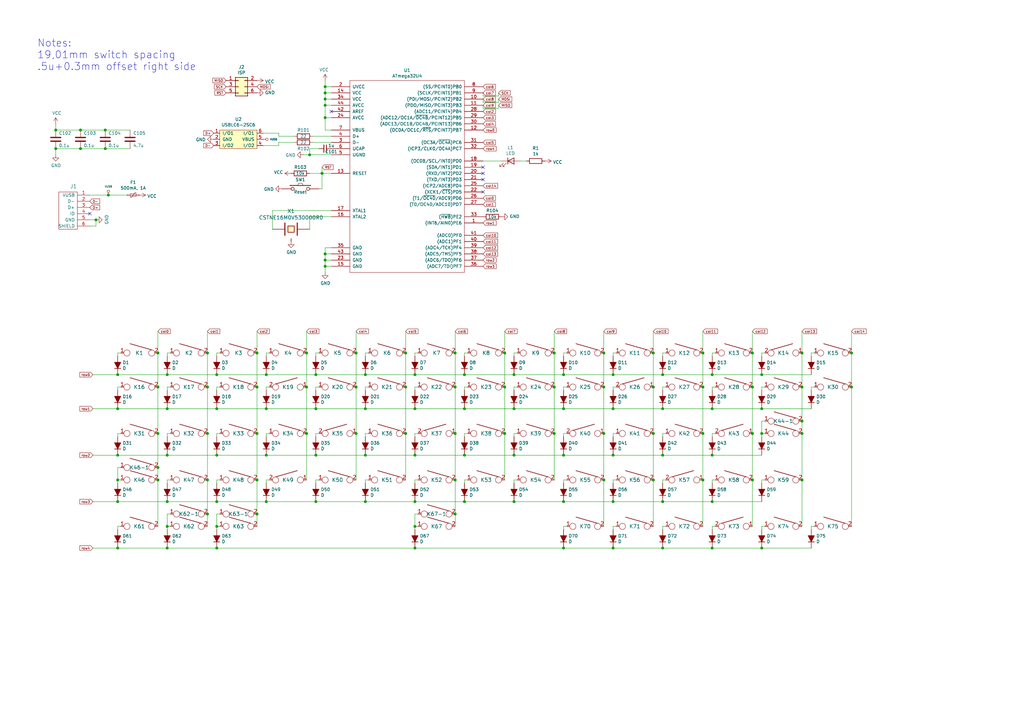
<source format=kicad_sch>
(kicad_sch (version 20201015) (generator eeschema)
  (paper "A3")
  (junction (at 22.86 53.34) (diameter 1.016))
  (junction (at 22.86 60.96) (diameter 1.016))
  (junction (at 33.02 53.34) (diameter 1.016))
  (junction (at 33.02 60.96) (diameter 1.016))
  (junction (at 39.37 90.17) (diameter 1.016))
  (junction (at 43.18 53.34) (diameter 1.016))
  (junction (at 43.18 60.96) (diameter 1.016))
  (junction (at 44.45 80.01) (diameter 1.016))
  (junction (at 48.26 153.67) (diameter 1.016))
  (junction (at 48.26 167.64) (diameter 1.016))
  (junction (at 48.26 186.69) (diameter 1.016))
  (junction (at 48.26 196.85) (diameter 1.016))
  (junction (at 48.26 205.74) (diameter 1.016))
  (junction (at 48.26 224.79) (diameter 1.016))
  (junction (at 64.77 144.78) (diameter 1.016))
  (junction (at 64.77 158.75) (diameter 1.016))
  (junction (at 64.77 177.8) (diameter 1.016))
  (junction (at 64.77 191.77) (diameter 1.016))
  (junction (at 64.77 196.85) (diameter 1.016))
  (junction (at 68.58 153.67) (diameter 1.016))
  (junction (at 68.58 167.64) (diameter 1.016))
  (junction (at 68.58 186.69) (diameter 1.016))
  (junction (at 68.58 205.74) (diameter 1.016))
  (junction (at 68.58 215.9) (diameter 1.016))
  (junction (at 68.58 224.79) (diameter 1.016))
  (junction (at 85.09 144.78) (diameter 1.016))
  (junction (at 85.09 158.75) (diameter 1.016))
  (junction (at 85.09 177.8) (diameter 1.016))
  (junction (at 85.09 196.85) (diameter 1.016))
  (junction (at 85.09 210.82) (diameter 1.016))
  (junction (at 88.9 153.67) (diameter 1.016))
  (junction (at 88.9 167.64) (diameter 1.016))
  (junction (at 88.9 186.69) (diameter 1.016))
  (junction (at 88.9 205.74) (diameter 1.016))
  (junction (at 88.9 215.9) (diameter 1.016))
  (junction (at 88.9 224.79) (diameter 1.016))
  (junction (at 105.41 144.78) (diameter 1.016))
  (junction (at 105.41 158.75) (diameter 1.016))
  (junction (at 105.41 177.8) (diameter 1.016))
  (junction (at 105.41 196.85) (diameter 1.016))
  (junction (at 105.41 210.82) (diameter 1.016))
  (junction (at 109.22 153.67) (diameter 1.016))
  (junction (at 109.22 167.64) (diameter 1.016))
  (junction (at 109.22 186.69) (diameter 1.016))
  (junction (at 109.22 205.74) (diameter 1.016))
  (junction (at 125.73 144.78) (diameter 1.016))
  (junction (at 125.73 158.75) (diameter 1.016))
  (junction (at 125.73 177.8) (diameter 1.016))
  (junction (at 127 63.5) (diameter 1.016))
  (junction (at 129.54 153.67) (diameter 1.016))
  (junction (at 129.54 167.64) (diameter 1.016))
  (junction (at 129.54 186.69) (diameter 1.016))
  (junction (at 129.54 205.74) (diameter 1.016))
  (junction (at 132.08 71.12) (diameter 1.016))
  (junction (at 133.35 35.56) (diameter 1.016))
  (junction (at 133.35 38.1) (diameter 1.016))
  (junction (at 133.35 40.64) (diameter 1.016))
  (junction (at 133.35 43.18) (diameter 1.016))
  (junction (at 133.35 48.26) (diameter 1.016))
  (junction (at 133.35 104.14) (diameter 1.016))
  (junction (at 133.35 106.68) (diameter 1.016))
  (junction (at 133.35 109.22) (diameter 1.016))
  (junction (at 146.05 144.78) (diameter 1.016))
  (junction (at 146.05 158.75) (diameter 1.016))
  (junction (at 146.05 177.8) (diameter 1.016))
  (junction (at 149.86 153.67) (diameter 1.016))
  (junction (at 149.86 167.64) (diameter 1.016))
  (junction (at 149.86 186.69) (diameter 1.016))
  (junction (at 149.86 205.74) (diameter 1.016))
  (junction (at 166.37 144.78) (diameter 1.016))
  (junction (at 166.37 158.75) (diameter 1.016))
  (junction (at 166.37 177.8) (diameter 1.016))
  (junction (at 170.18 153.67) (diameter 1.016))
  (junction (at 170.18 167.64) (diameter 1.016))
  (junction (at 170.18 186.69) (diameter 1.016))
  (junction (at 170.18 205.74) (diameter 1.016))
  (junction (at 170.18 215.9) (diameter 1.016))
  (junction (at 170.18 224.79) (diameter 1.016))
  (junction (at 186.69 144.78) (diameter 1.016))
  (junction (at 186.69 158.75) (diameter 1.016))
  (junction (at 186.69 177.8) (diameter 1.016))
  (junction (at 186.69 196.85) (diameter 1.016))
  (junction (at 186.69 210.82) (diameter 1.016))
  (junction (at 190.5 153.67) (diameter 1.016))
  (junction (at 190.5 167.64) (diameter 1.016))
  (junction (at 190.5 186.69) (diameter 1.016))
  (junction (at 190.5 205.74) (diameter 1.016))
  (junction (at 207.01 144.78) (diameter 1.016))
  (junction (at 207.01 158.75) (diameter 1.016))
  (junction (at 207.01 177.8) (diameter 1.016))
  (junction (at 210.82 153.67) (diameter 1.016))
  (junction (at 210.82 167.64) (diameter 1.016))
  (junction (at 210.82 186.69) (diameter 1.016))
  (junction (at 210.82 205.74) (diameter 1.016))
  (junction (at 227.33 144.78) (diameter 1.016))
  (junction (at 227.33 158.75) (diameter 1.016))
  (junction (at 227.33 177.8) (diameter 1.016))
  (junction (at 231.14 153.67) (diameter 1.016))
  (junction (at 231.14 167.64) (diameter 1.016))
  (junction (at 231.14 186.69) (diameter 1.016))
  (junction (at 231.14 205.74) (diameter 1.016))
  (junction (at 231.14 224.79) (diameter 1.016))
  (junction (at 247.65 144.78) (diameter 1.016))
  (junction (at 247.65 158.75) (diameter 1.016))
  (junction (at 247.65 177.8) (diameter 1.016))
  (junction (at 247.65 196.85) (diameter 1.016))
  (junction (at 251.46 153.67) (diameter 1.016))
  (junction (at 251.46 167.64) (diameter 1.016))
  (junction (at 251.46 186.69) (diameter 1.016))
  (junction (at 251.46 205.74) (diameter 1.016))
  (junction (at 251.46 224.79) (diameter 1.016))
  (junction (at 267.97 144.78) (diameter 1.016))
  (junction (at 267.97 158.75) (diameter 1.016))
  (junction (at 267.97 177.8) (diameter 1.016))
  (junction (at 267.97 196.85) (diameter 1.016))
  (junction (at 271.78 153.67) (diameter 1.016))
  (junction (at 271.78 167.64) (diameter 1.016))
  (junction (at 271.78 186.69) (diameter 1.016))
  (junction (at 271.78 205.74) (diameter 1.016))
  (junction (at 271.78 224.79) (diameter 1.016))
  (junction (at 288.29 144.78) (diameter 1.016))
  (junction (at 288.29 158.75) (diameter 1.016))
  (junction (at 288.29 177.8) (diameter 1.016))
  (junction (at 288.29 196.85) (diameter 1.016))
  (junction (at 292.1 153.67) (diameter 1.016))
  (junction (at 292.1 167.64) (diameter 1.016))
  (junction (at 292.1 186.69) (diameter 1.016))
  (junction (at 292.1 205.74) (diameter 1.016))
  (junction (at 292.1 224.79) (diameter 1.016))
  (junction (at 308.61 144.78) (diameter 1.016))
  (junction (at 308.61 158.75) (diameter 1.016))
  (junction (at 308.61 177.8) (diameter 1.016))
  (junction (at 308.61 196.85) (diameter 1.016))
  (junction (at 312.42 153.67) (diameter 1.016))
  (junction (at 312.42 167.64) (diameter 1.016))
  (junction (at 312.42 177.8) (diameter 1.016))
  (junction (at 312.42 224.79) (diameter 1.016))
  (junction (at 328.93 144.78) (diameter 1.016))
  (junction (at 328.93 158.75) (diameter 1.016))
  (junction (at 328.93 172.72) (diameter 1.016))
  (junction (at 328.93 177.8) (diameter 1.016))
  (junction (at 328.93 196.85) (diameter 1.016))
  (junction (at 349.25 144.78) (diameter 1.016))
  (junction (at 349.25 158.75) (diameter 1.016))
  (no_connect (at 36.83 87.63))
  (no_connect (at 198.12 78.74))
  (no_connect (at 135.89 45.72))
  (no_connect (at 198.12 68.58))
  (no_connect (at 198.12 73.66))
  (no_connect (at 198.12 71.12))
  (wire (pts (xy 22.86 50.8) (xy 22.86 53.34)))
  (wire (pts (xy 22.86 53.34) (xy 33.02 53.34)))
  (wire (pts (xy 22.86 60.96) (xy 22.86 63.5)))
  (wire (pts (xy 22.86 60.96) (xy 33.02 60.96)))
  (wire (pts (xy 33.02 53.34) (xy 43.18 53.34)))
  (wire (pts (xy 33.02 60.96) (xy 43.18 60.96)))
  (wire (pts (xy 36.83 80.01) (xy 44.45 80.01)))
  (wire (pts (xy 36.83 92.71) (xy 39.37 92.71)))
  (wire (pts (xy 38.1 153.67) (xy 48.26 153.67)))
  (wire (pts (xy 38.1 167.64) (xy 48.26 167.64)))
  (wire (pts (xy 38.1 205.74) (xy 48.26 205.74)))
  (wire (pts (xy 39.37 90.17) (xy 36.83 90.17)))
  (wire (pts (xy 39.37 92.71) (xy 39.37 90.17)))
  (wire (pts (xy 43.18 53.34) (xy 53.34 53.34)))
  (wire (pts (xy 44.45 80.01) (xy 52.07 80.01)))
  (wire (pts (xy 48.26 144.78) (xy 48.26 146.05)))
  (wire (pts (xy 48.26 158.75) (xy 48.26 160.02)))
  (wire (pts (xy 48.26 167.64) (xy 68.58 167.64)))
  (wire (pts (xy 48.26 177.8) (xy 48.26 179.07)))
  (wire (pts (xy 48.26 186.69) (xy 38.1 186.69)))
  (wire (pts (xy 48.26 191.77) (xy 48.26 196.85)))
  (wire (pts (xy 48.26 196.85) (xy 48.26 198.12)))
  (wire (pts (xy 48.26 205.74) (xy 68.58 205.74)))
  (wire (pts (xy 48.26 215.9) (xy 48.26 217.17)))
  (wire (pts (xy 48.26 224.79) (xy 38.1 224.79)))
  (wire (pts (xy 49.53 144.78) (xy 48.26 144.78)))
  (wire (pts (xy 49.53 158.75) (xy 48.26 158.75)))
  (wire (pts (xy 49.53 177.8) (xy 48.26 177.8)))
  (wire (pts (xy 49.53 191.77) (xy 48.26 191.77)))
  (wire (pts (xy 49.53 196.85) (xy 48.26 196.85)))
  (wire (pts (xy 49.53 215.9) (xy 48.26 215.9)))
  (wire (pts (xy 53.34 60.96) (xy 43.18 60.96)))
  (wire (pts (xy 64.77 144.78) (xy 64.77 135.89)))
  (wire (pts (xy 64.77 144.78) (xy 64.77 158.75)))
  (wire (pts (xy 64.77 158.75) (xy 64.77 177.8)))
  (wire (pts (xy 64.77 177.8) (xy 64.77 191.77)))
  (wire (pts (xy 64.77 191.77) (xy 64.77 196.85)))
  (wire (pts (xy 64.77 196.85) (xy 64.77 215.9)))
  (wire (pts (xy 68.58 144.78) (xy 68.58 146.05)))
  (wire (pts (xy 68.58 153.67) (xy 48.26 153.67)))
  (wire (pts (xy 68.58 158.75) (xy 68.58 160.02)))
  (wire (pts (xy 68.58 167.64) (xy 88.9 167.64)))
  (wire (pts (xy 68.58 177.8) (xy 68.58 179.07)))
  (wire (pts (xy 68.58 186.69) (xy 48.26 186.69)))
  (wire (pts (xy 68.58 196.85) (xy 68.58 198.12)))
  (wire (pts (xy 68.58 205.74) (xy 88.9 205.74)))
  (wire (pts (xy 68.58 210.82) (xy 68.58 215.9)))
  (wire (pts (xy 68.58 215.9) (xy 68.58 217.17)))
  (wire (pts (xy 68.58 224.79) (xy 48.26 224.79)))
  (wire (pts (xy 69.85 144.78) (xy 68.58 144.78)))
  (wire (pts (xy 69.85 158.75) (xy 68.58 158.75)))
  (wire (pts (xy 69.85 177.8) (xy 68.58 177.8)))
  (wire (pts (xy 69.85 196.85) (xy 68.58 196.85)))
  (wire (pts (xy 69.85 210.82) (xy 68.58 210.82)))
  (wire (pts (xy 69.85 215.9) (xy 68.58 215.9)))
  (wire (pts (xy 85.09 135.89) (xy 85.09 144.78)))
  (wire (pts (xy 85.09 158.75) (xy 85.09 144.78)))
  (wire (pts (xy 85.09 177.8) (xy 85.09 158.75)))
  (wire (pts (xy 85.09 196.85) (xy 85.09 177.8)))
  (wire (pts (xy 85.09 196.85) (xy 85.09 210.82)))
  (wire (pts (xy 85.09 215.9) (xy 85.09 210.82)))
  (wire (pts (xy 88.9 144.78) (xy 88.9 146.05)))
  (wire (pts (xy 88.9 153.67) (xy 68.58 153.67)))
  (wire (pts (xy 88.9 158.75) (xy 88.9 160.02)))
  (wire (pts (xy 88.9 167.64) (xy 109.22 167.64)))
  (wire (pts (xy 88.9 177.8) (xy 88.9 179.07)))
  (wire (pts (xy 88.9 186.69) (xy 68.58 186.69)))
  (wire (pts (xy 88.9 196.85) (xy 88.9 198.12)))
  (wire (pts (xy 88.9 205.74) (xy 109.22 205.74)))
  (wire (pts (xy 88.9 210.82) (xy 88.9 215.9)))
  (wire (pts (xy 88.9 215.9) (xy 88.9 217.17)))
  (wire (pts (xy 88.9 224.79) (xy 68.58 224.79)))
  (wire (pts (xy 88.9 224.79) (xy 170.18 224.79)))
  (wire (pts (xy 90.17 144.78) (xy 88.9 144.78)))
  (wire (pts (xy 90.17 158.75) (xy 88.9 158.75)))
  (wire (pts (xy 90.17 177.8) (xy 88.9 177.8)))
  (wire (pts (xy 90.17 196.85) (xy 88.9 196.85)))
  (wire (pts (xy 90.17 210.82) (xy 88.9 210.82)))
  (wire (pts (xy 90.17 215.9) (xy 88.9 215.9)))
  (wire (pts (xy 105.41 135.89) (xy 105.41 144.78)))
  (wire (pts (xy 105.41 144.78) (xy 105.41 158.75)))
  (wire (pts (xy 105.41 158.75) (xy 105.41 177.8)))
  (wire (pts (xy 105.41 177.8) (xy 105.41 196.85)))
  (wire (pts (xy 105.41 196.85) (xy 105.41 210.82)))
  (wire (pts (xy 105.41 210.82) (xy 105.41 215.9)))
  (wire (pts (xy 107.95 59.69) (xy 114.3 59.69)))
  (wire (pts (xy 109.22 144.78) (xy 109.22 146.05)))
  (wire (pts (xy 109.22 153.67) (xy 88.9 153.67)))
  (wire (pts (xy 109.22 158.75) (xy 109.22 160.02)))
  (wire (pts (xy 109.22 167.64) (xy 129.54 167.64)))
  (wire (pts (xy 109.22 177.8) (xy 109.22 179.07)))
  (wire (pts (xy 109.22 186.69) (xy 88.9 186.69)))
  (wire (pts (xy 109.22 196.85) (xy 109.22 198.12)))
  (wire (pts (xy 109.22 205.74) (xy 129.54 205.74)))
  (wire (pts (xy 110.49 144.78) (xy 109.22 144.78)))
  (wire (pts (xy 110.49 158.75) (xy 109.22 158.75)))
  (wire (pts (xy 110.49 177.8) (xy 109.22 177.8)))
  (wire (pts (xy 110.49 196.85) (xy 109.22 196.85)))
  (wire (pts (xy 111.76 86.36) (xy 111.76 93.98)))
  (wire (pts (xy 114.3 54.61) (xy 107.95 54.61)))
  (wire (pts (xy 114.3 55.88) (xy 114.3 54.61)))
  (wire (pts (xy 114.3 58.42) (xy 120.65 58.42)))
  (wire (pts (xy 114.3 59.69) (xy 114.3 58.42)))
  (wire (pts (xy 120.65 55.88) (xy 114.3 55.88)))
  (wire (pts (xy 125.73 144.78) (xy 125.73 135.89)))
  (wire (pts (xy 125.73 158.75) (xy 125.73 144.78)))
  (wire (pts (xy 125.73 177.8) (xy 125.73 158.75)))
  (wire (pts (xy 125.73 196.85) (xy 125.73 177.8)))
  (wire (pts (xy 127 60.96) (xy 127 63.5)))
  (wire (pts (xy 127 63.5) (xy 124.46 63.5)))
  (wire (pts (xy 127 63.5) (xy 135.89 63.5)))
  (wire (pts (xy 127 88.9) (xy 127 93.98)))
  (wire (pts (xy 128.27 55.88) (xy 135.89 55.88)))
  (wire (pts (xy 129.54 144.78) (xy 129.54 146.05)))
  (wire (pts (xy 129.54 153.67) (xy 109.22 153.67)))
  (wire (pts (xy 129.54 158.75) (xy 129.54 160.02)))
  (wire (pts (xy 129.54 167.64) (xy 149.86 167.64)))
  (wire (pts (xy 129.54 177.8) (xy 129.54 179.07)))
  (wire (pts (xy 129.54 186.69) (xy 109.22 186.69)))
  (wire (pts (xy 129.54 196.85) (xy 129.54 198.12)))
  (wire (pts (xy 129.54 205.74) (xy 149.86 205.74)))
  (wire (pts (xy 130.81 60.96) (xy 127 60.96)))
  (wire (pts (xy 130.81 77.47) (xy 132.08 77.47)))
  (wire (pts (xy 130.81 144.78) (xy 129.54 144.78)))
  (wire (pts (xy 130.81 158.75) (xy 129.54 158.75)))
  (wire (pts (xy 130.81 177.8) (xy 129.54 177.8)))
  (wire (pts (xy 130.81 196.85) (xy 129.54 196.85)))
  (wire (pts (xy 132.08 71.12) (xy 127 71.12)))
  (wire (pts (xy 132.08 71.12) (xy 132.08 68.58)))
  (wire (pts (xy 132.08 77.47) (xy 132.08 71.12)))
  (wire (pts (xy 133.35 35.56) (xy 133.35 33.02)))
  (wire (pts (xy 133.35 35.56) (xy 135.89 35.56)))
  (wire (pts (xy 133.35 38.1) (xy 133.35 35.56)))
  (wire (pts (xy 133.35 40.64) (xy 133.35 38.1)))
  (wire (pts (xy 133.35 43.18) (xy 133.35 40.64)))
  (wire (pts (xy 133.35 48.26) (xy 133.35 43.18)))
  (wire (pts (xy 133.35 53.34) (xy 133.35 48.26)))
  (wire (pts (xy 133.35 101.6) (xy 133.35 104.14)))
  (wire (pts (xy 133.35 104.14) (xy 133.35 106.68)))
  (wire (pts (xy 133.35 106.68) (xy 133.35 109.22)))
  (wire (pts (xy 133.35 109.22) (xy 133.35 111.76)))
  (wire (pts (xy 135.89 38.1) (xy 133.35 38.1)))
  (wire (pts (xy 135.89 40.64) (xy 133.35 40.64)))
  (wire (pts (xy 135.89 43.18) (xy 133.35 43.18)))
  (wire (pts (xy 135.89 48.26) (xy 133.35 48.26)))
  (wire (pts (xy 135.89 53.34) (xy 133.35 53.34)))
  (wire (pts (xy 135.89 58.42) (xy 128.27 58.42)))
  (wire (pts (xy 135.89 71.12) (xy 132.08 71.12)))
  (wire (pts (xy 135.89 86.36) (xy 111.76 86.36)))
  (wire (pts (xy 135.89 88.9) (xy 127 88.9)))
  (wire (pts (xy 135.89 101.6) (xy 133.35 101.6)))
  (wire (pts (xy 135.89 104.14) (xy 133.35 104.14)))
  (wire (pts (xy 135.89 106.68) (xy 133.35 106.68)))
  (wire (pts (xy 135.89 109.22) (xy 133.35 109.22)))
  (wire (pts (xy 146.05 135.89) (xy 146.05 144.78)))
  (wire (pts (xy 146.05 144.78) (xy 146.05 158.75)))
  (wire (pts (xy 146.05 158.75) (xy 146.05 177.8)))
  (wire (pts (xy 146.05 177.8) (xy 146.05 196.85)))
  (wire (pts (xy 149.86 144.78) (xy 149.86 146.05)))
  (wire (pts (xy 149.86 153.67) (xy 129.54 153.67)))
  (wire (pts (xy 149.86 158.75) (xy 149.86 160.02)))
  (wire (pts (xy 149.86 167.64) (xy 170.18 167.64)))
  (wire (pts (xy 149.86 177.8) (xy 149.86 179.07)))
  (wire (pts (xy 149.86 186.69) (xy 129.54 186.69)))
  (wire (pts (xy 149.86 196.85) (xy 149.86 198.12)))
  (wire (pts (xy 149.86 205.74) (xy 170.18 205.74)))
  (wire (pts (xy 151.13 144.78) (xy 149.86 144.78)))
  (wire (pts (xy 151.13 158.75) (xy 149.86 158.75)))
  (wire (pts (xy 151.13 177.8) (xy 149.86 177.8)))
  (wire (pts (xy 151.13 196.85) (xy 149.86 196.85)))
  (wire (pts (xy 166.37 144.78) (xy 166.37 135.89)))
  (wire (pts (xy 166.37 158.75) (xy 166.37 144.78)))
  (wire (pts (xy 166.37 177.8) (xy 166.37 158.75)))
  (wire (pts (xy 166.37 196.85) (xy 166.37 177.8)))
  (wire (pts (xy 170.18 144.78) (xy 170.18 146.05)))
  (wire (pts (xy 170.18 153.67) (xy 149.86 153.67)))
  (wire (pts (xy 170.18 158.75) (xy 170.18 160.02)))
  (wire (pts (xy 170.18 167.64) (xy 190.5 167.64)))
  (wire (pts (xy 170.18 177.8) (xy 170.18 179.07)))
  (wire (pts (xy 170.18 186.69) (xy 149.86 186.69)))
  (wire (pts (xy 170.18 196.85) (xy 170.18 198.12)))
  (wire (pts (xy 170.18 205.74) (xy 190.5 205.74)))
  (wire (pts (xy 170.18 210.82) (xy 170.18 215.9)))
  (wire (pts (xy 170.18 215.9) (xy 170.18 217.17)))
  (wire (pts (xy 170.18 224.79) (xy 231.14 224.79)))
  (wire (pts (xy 171.45 144.78) (xy 170.18 144.78)))
  (wire (pts (xy 171.45 158.75) (xy 170.18 158.75)))
  (wire (pts (xy 171.45 177.8) (xy 170.18 177.8)))
  (wire (pts (xy 171.45 196.85) (xy 170.18 196.85)))
  (wire (pts (xy 171.45 210.82) (xy 170.18 210.82)))
  (wire (pts (xy 171.45 215.9) (xy 170.18 215.9)))
  (wire (pts (xy 186.69 135.89) (xy 186.69 144.78)))
  (wire (pts (xy 186.69 144.78) (xy 186.69 158.75)))
  (wire (pts (xy 186.69 158.75) (xy 186.69 177.8)))
  (wire (pts (xy 186.69 177.8) (xy 186.69 196.85)))
  (wire (pts (xy 186.69 196.85) (xy 186.69 210.82)))
  (wire (pts (xy 186.69 210.82) (xy 186.69 215.9)))
  (wire (pts (xy 190.5 144.78) (xy 190.5 146.05)))
  (wire (pts (xy 190.5 153.67) (xy 170.18 153.67)))
  (wire (pts (xy 190.5 158.75) (xy 190.5 160.02)))
  (wire (pts (xy 190.5 167.64) (xy 210.82 167.64)))
  (wire (pts (xy 190.5 177.8) (xy 190.5 179.07)))
  (wire (pts (xy 190.5 186.69) (xy 170.18 186.69)))
  (wire (pts (xy 190.5 196.85) (xy 190.5 198.12)))
  (wire (pts (xy 190.5 205.74) (xy 210.82 205.74)))
  (wire (pts (xy 191.77 144.78) (xy 190.5 144.78)))
  (wire (pts (xy 191.77 158.75) (xy 190.5 158.75)))
  (wire (pts (xy 191.77 177.8) (xy 190.5 177.8)))
  (wire (pts (xy 191.77 196.85) (xy 190.5 196.85)))
  (wire (pts (xy 198.12 39.37) (xy 198.12 38.1)))
  (wire (pts (xy 198.12 40.64) (xy 198.12 41.91)))
  (wire (pts (xy 198.12 41.91) (xy 204.47 41.91)))
  (wire (pts (xy 198.12 44.45) (xy 198.12 43.18)))
  (wire (pts (xy 204.47 38.1) (xy 204.47 39.37)))
  (wire (pts (xy 204.47 39.37) (xy 198.12 39.37)))
  (wire (pts (xy 204.47 41.91) (xy 204.47 40.64)))
  (wire (pts (xy 204.47 43.18) (xy 204.47 44.45)))
  (wire (pts (xy 204.47 44.45) (xy 198.12 44.45)))
  (wire (pts (xy 205.74 66.04) (xy 198.12 66.04)))
  (wire (pts (xy 207.01 144.78) (xy 207.01 135.89)))
  (wire (pts (xy 207.01 158.75) (xy 207.01 144.78)))
  (wire (pts (xy 207.01 177.8) (xy 207.01 158.75)))
  (wire (pts (xy 207.01 196.85) (xy 207.01 177.8)))
  (wire (pts (xy 210.82 144.78) (xy 210.82 146.05)))
  (wire (pts (xy 210.82 153.67) (xy 190.5 153.67)))
  (wire (pts (xy 210.82 158.75) (xy 210.82 160.02)))
  (wire (pts (xy 210.82 167.64) (xy 231.14 167.64)))
  (wire (pts (xy 210.82 177.8) (xy 210.82 179.07)))
  (wire (pts (xy 210.82 186.69) (xy 190.5 186.69)))
  (wire (pts (xy 210.82 196.85) (xy 210.82 198.12)))
  (wire (pts (xy 210.82 205.74) (xy 231.14 205.74)))
  (wire (pts (xy 212.09 144.78) (xy 210.82 144.78)))
  (wire (pts (xy 212.09 158.75) (xy 210.82 158.75)))
  (wire (pts (xy 212.09 177.8) (xy 210.82 177.8)))
  (wire (pts (xy 212.09 196.85) (xy 210.82 196.85)))
  (wire (pts (xy 213.36 66.04) (xy 215.9 66.04)))
  (wire (pts (xy 227.33 135.89) (xy 227.33 144.78)))
  (wire (pts (xy 227.33 144.78) (xy 227.33 158.75)))
  (wire (pts (xy 227.33 158.75) (xy 227.33 177.8)))
  (wire (pts (xy 227.33 177.8) (xy 227.33 196.85)))
  (wire (pts (xy 231.14 144.78) (xy 231.14 146.05)))
  (wire (pts (xy 231.14 153.67) (xy 210.82 153.67)))
  (wire (pts (xy 231.14 158.75) (xy 231.14 160.02)))
  (wire (pts (xy 231.14 167.64) (xy 251.46 167.64)))
  (wire (pts (xy 231.14 177.8) (xy 231.14 179.07)))
  (wire (pts (xy 231.14 186.69) (xy 210.82 186.69)))
  (wire (pts (xy 231.14 196.85) (xy 231.14 198.12)))
  (wire (pts (xy 231.14 205.74) (xy 251.46 205.74)))
  (wire (pts (xy 231.14 215.9) (xy 231.14 217.17)))
  (wire (pts (xy 232.41 144.78) (xy 231.14 144.78)))
  (wire (pts (xy 232.41 158.75) (xy 231.14 158.75)))
  (wire (pts (xy 232.41 177.8) (xy 231.14 177.8)))
  (wire (pts (xy 232.41 196.85) (xy 231.14 196.85)))
  (wire (pts (xy 232.41 215.9) (xy 231.14 215.9)))
  (wire (pts (xy 247.65 144.78) (xy 247.65 135.89)))
  (wire (pts (xy 247.65 158.75) (xy 247.65 144.78)))
  (wire (pts (xy 247.65 177.8) (xy 247.65 158.75)))
  (wire (pts (xy 247.65 196.85) (xy 247.65 177.8)))
  (wire (pts (xy 247.65 196.85) (xy 247.65 215.9)))
  (wire (pts (xy 251.46 144.78) (xy 251.46 146.05)))
  (wire (pts (xy 251.46 153.67) (xy 231.14 153.67)))
  (wire (pts (xy 251.46 158.75) (xy 251.46 160.02)))
  (wire (pts (xy 251.46 167.64) (xy 271.78 167.64)))
  (wire (pts (xy 251.46 177.8) (xy 251.46 179.07)))
  (wire (pts (xy 251.46 186.69) (xy 231.14 186.69)))
  (wire (pts (xy 251.46 196.85) (xy 251.46 198.12)))
  (wire (pts (xy 251.46 205.74) (xy 271.78 205.74)))
  (wire (pts (xy 251.46 215.9) (xy 251.46 217.17)))
  (wire (pts (xy 251.46 224.79) (xy 231.14 224.79)))
  (wire (pts (xy 252.73 144.78) (xy 251.46 144.78)))
  (wire (pts (xy 252.73 158.75) (xy 251.46 158.75)))
  (wire (pts (xy 252.73 177.8) (xy 251.46 177.8)))
  (wire (pts (xy 252.73 196.85) (xy 251.46 196.85)))
  (wire (pts (xy 252.73 215.9) (xy 251.46 215.9)))
  (wire (pts (xy 267.97 135.89) (xy 267.97 144.78)))
  (wire (pts (xy 267.97 144.78) (xy 267.97 158.75)))
  (wire (pts (xy 267.97 158.75) (xy 267.97 177.8)))
  (wire (pts (xy 267.97 177.8) (xy 267.97 196.85)))
  (wire (pts (xy 267.97 196.85) (xy 267.97 215.9)))
  (wire (pts (xy 271.78 144.78) (xy 271.78 146.05)))
  (wire (pts (xy 271.78 153.67) (xy 251.46 153.67)))
  (wire (pts (xy 271.78 158.75) (xy 271.78 160.02)))
  (wire (pts (xy 271.78 167.64) (xy 292.1 167.64)))
  (wire (pts (xy 271.78 177.8) (xy 271.78 179.07)))
  (wire (pts (xy 271.78 186.69) (xy 251.46 186.69)))
  (wire (pts (xy 271.78 196.85) (xy 271.78 198.12)))
  (wire (pts (xy 271.78 205.74) (xy 292.1 205.74)))
  (wire (pts (xy 271.78 215.9) (xy 271.78 217.17)))
  (wire (pts (xy 271.78 224.79) (xy 251.46 224.79)))
  (wire (pts (xy 273.05 144.78) (xy 271.78 144.78)))
  (wire (pts (xy 273.05 158.75) (xy 271.78 158.75)))
  (wire (pts (xy 273.05 177.8) (xy 271.78 177.8)))
  (wire (pts (xy 273.05 196.85) (xy 271.78 196.85)))
  (wire (pts (xy 273.05 215.9) (xy 271.78 215.9)))
  (wire (pts (xy 288.29 135.89) (xy 288.29 144.78)))
  (wire (pts (xy 288.29 158.75) (xy 288.29 144.78)))
  (wire (pts (xy 288.29 177.8) (xy 288.29 158.75)))
  (wire (pts (xy 288.29 196.85) (xy 288.29 177.8)))
  (wire (pts (xy 288.29 196.85) (xy 288.29 215.9)))
  (wire (pts (xy 292.1 144.78) (xy 292.1 146.05)))
  (wire (pts (xy 292.1 153.67) (xy 271.78 153.67)))
  (wire (pts (xy 292.1 158.75) (xy 292.1 160.02)))
  (wire (pts (xy 292.1 167.64) (xy 312.42 167.64)))
  (wire (pts (xy 292.1 177.8) (xy 292.1 179.07)))
  (wire (pts (xy 292.1 186.69) (xy 271.78 186.69)))
  (wire (pts (xy 292.1 196.85) (xy 292.1 198.12)))
  (wire (pts (xy 292.1 205.74) (xy 312.42 205.74)))
  (wire (pts (xy 292.1 215.9) (xy 292.1 217.17)))
  (wire (pts (xy 292.1 224.79) (xy 271.78 224.79)))
  (wire (pts (xy 293.37 144.78) (xy 292.1 144.78)))
  (wire (pts (xy 293.37 158.75) (xy 292.1 158.75)))
  (wire (pts (xy 293.37 177.8) (xy 292.1 177.8)))
  (wire (pts (xy 293.37 196.85) (xy 292.1 196.85)))
  (wire (pts (xy 293.37 215.9) (xy 292.1 215.9)))
  (wire (pts (xy 308.61 144.78) (xy 308.61 135.89)))
  (wire (pts (xy 308.61 144.78) (xy 308.61 158.75)))
  (wire (pts (xy 308.61 158.75) (xy 308.61 177.8)))
  (wire (pts (xy 308.61 177.8) (xy 308.61 196.85)))
  (wire (pts (xy 308.61 196.85) (xy 308.61 215.9)))
  (wire (pts (xy 312.42 144.78) (xy 312.42 146.05)))
  (wire (pts (xy 312.42 153.67) (xy 292.1 153.67)))
  (wire (pts (xy 312.42 158.75) (xy 312.42 160.02)))
  (wire (pts (xy 312.42 167.64) (xy 332.74 167.64)))
  (wire (pts (xy 312.42 172.72) (xy 312.42 177.8)))
  (wire (pts (xy 312.42 177.8) (xy 312.42 179.07)))
  (wire (pts (xy 312.42 186.69) (xy 292.1 186.69)))
  (wire (pts (xy 312.42 196.85) (xy 312.42 198.12)))
  (wire (pts (xy 312.42 215.9) (xy 312.42 217.17)))
  (wire (pts (xy 312.42 224.79) (xy 292.1 224.79)))
  (wire (pts (xy 313.69 144.78) (xy 312.42 144.78)))
  (wire (pts (xy 313.69 158.75) (xy 312.42 158.75)))
  (wire (pts (xy 313.69 172.72) (xy 312.42 172.72)))
  (wire (pts (xy 313.69 177.8) (xy 312.42 177.8)))
  (wire (pts (xy 313.69 196.85) (xy 312.42 196.85)))
  (wire (pts (xy 313.69 215.9) (xy 312.42 215.9)))
  (wire (pts (xy 328.93 135.89) (xy 328.93 144.78)))
  (wire (pts (xy 328.93 158.75) (xy 328.93 144.78)))
  (wire (pts (xy 328.93 172.72) (xy 328.93 158.75)))
  (wire (pts (xy 328.93 177.8) (xy 328.93 172.72)))
  (wire (pts (xy 328.93 196.85) (xy 328.93 177.8)))
  (wire (pts (xy 328.93 196.85) (xy 328.93 215.9)))
  (wire (pts (xy 332.74 144.78) (xy 332.74 146.05)))
  (wire (pts (xy 332.74 153.67) (xy 312.42 153.67)))
  (wire (pts (xy 332.74 158.75) (xy 332.74 160.02)))
  (wire (pts (xy 332.74 215.9) (xy 332.74 217.17)))
  (wire (pts (xy 332.74 224.79) (xy 312.42 224.79)))
  (wire (pts (xy 334.01 144.78) (xy 332.74 144.78)))
  (wire (pts (xy 334.01 158.75) (xy 332.74 158.75)))
  (wire (pts (xy 334.01 215.9) (xy 332.74 215.9)))
  (wire (pts (xy 349.25 144.78) (xy 349.25 135.89)))
  (wire (pts (xy 349.25 144.78) (xy 349.25 158.75)))
  (wire (pts (xy 349.25 158.75) (xy 349.25 215.9)))
  (text "Notes:\n19,01mm switch spacing\n.5u+0.3mm offset right side" (at 15.24 29.21 0) (effects (font (size 2.9972 2.9972)) (justify left bottom)))
  (global_label "D-" (shape input) (at 36.83 82.55 0) (property "Intersheet References" "${INTERSHEET_REFS}" (effects hide)) (effects (font (size 0.9906 0.9906))))
  (global_label "D+" (shape input) (at 36.83 85.09 0) (property "Intersheet References" "${INTERSHEET_REFS}" (effects hide)) (effects (font (size 0.9906 0.9906))))
  (global_label "row0" (shape input) (at 38.1 153.67 180) (property "Intersheet References" "${INTERSHEET_REFS}" (effects hide)) (effects (font (size 0.9906 0.9906))))
  (global_label "row1" (shape input) (at 38.1 167.64 180) (property "Intersheet References" "${INTERSHEET_REFS}" (effects hide)) (effects (font (size 0.9906 0.9906))))
  (global_label "row2" (shape input) (at 38.1 186.69 180) (property "Intersheet References" "${INTERSHEET_REFS}" (effects hide)) (effects (font (size 0.9906 0.9906))))
  (global_label "row3" (shape input) (at 38.1 205.74 180) (property "Intersheet References" "${INTERSHEET_REFS}" (effects hide)) (effects (font (size 0.9906 0.9906))))
  (global_label "row4" (shape input) (at 38.1 224.79 180) (property "Intersheet References" "${INTERSHEET_REFS}" (effects hide)) (effects (font (size 0.9906 0.9906))))
  (global_label "col0" (shape input) (at 64.77 135.89 0) (property "Intersheet References" "${INTERSHEET_REFS}" (effects hide)) (effects (font (size 0.9906 0.9906))))
  (global_label "col1" (shape input) (at 85.09 135.89 0) (property "Intersheet References" "${INTERSHEET_REFS}" (effects hide)) (effects (font (size 0.9906 0.9906))))
  (global_label "D+" (shape input) (at 87.63 54.61 180) (property "Intersheet References" "${INTERSHEET_REFS}" (effects hide)) (effects (font (size 0.9906 0.9906))))
  (global_label "D-" (shape input) (at 87.63 59.69 180) (property "Intersheet References" "${INTERSHEET_REFS}" (effects hide)) (effects (font (size 0.9906 0.9906))))
  (global_label "MISO" (shape input) (at 92.71 33.02 180) (property "Intersheet References" "${INTERSHEET_REFS}" (effects hide)) (effects (font (size 0.9906 0.9906))))
  (global_label "SCK" (shape input) (at 92.71 35.56 180) (property "Intersheet References" "${INTERSHEET_REFS}" (effects hide)) (effects (font (size 0.9906 0.9906))))
  (global_label "RST" (shape input) (at 92.71 38.1 180) (property "Intersheet References" "${INTERSHEET_REFS}" (effects hide)) (effects (font (size 0.9906 0.9906))))
  (global_label "MOSI" (shape input) (at 105.41 35.56 0) (property "Intersheet References" "${INTERSHEET_REFS}" (effects hide)) (effects (font (size 0.9906 0.9906))))
  (global_label "col2" (shape input) (at 105.41 135.89 0) (property "Intersheet References" "${INTERSHEET_REFS}" (effects hide)) (effects (font (size 0.9906 0.9906))))
  (global_label "col3" (shape input) (at 125.73 135.89 0) (property "Intersheet References" "${INTERSHEET_REFS}" (effects hide)) (effects (font (size 0.9906 0.9906))))
  (global_label "RST" (shape input) (at 132.08 68.58 0) (property "Intersheet References" "${INTERSHEET_REFS}" (effects hide)) (effects (font (size 0.9906 0.9906))))
  (global_label "col4" (shape input) (at 146.05 135.89 0) (property "Intersheet References" "${INTERSHEET_REFS}" (effects hide)) (effects (font (size 0.9906 0.9906))))
  (global_label "col5" (shape input) (at 166.37 135.89 0) (property "Intersheet References" "${INTERSHEET_REFS}" (effects hide)) (effects (font (size 0.9906 0.9906))))
  (global_label "col6" (shape input) (at 186.69 135.89 0) (property "Intersheet References" "${INTERSHEET_REFS}" (effects hide)) (effects (font (size 0.9906 0.9906))))
  (global_label "col6" (shape input) (at 198.12 35.56 0) (property "Intersheet References" "${INTERSHEET_REFS}" (effects hide)) (effects (font (size 0.9906 0.9906))))
  (global_label "col7" (shape input) (at 198.12 38.1 0) (property "Intersheet References" "${INTERSHEET_REFS}" (effects hide)) (effects (font (size 0.9906 0.9906))))
  (global_label "col8" (shape input) (at 198.12 40.64 0) (property "Intersheet References" "${INTERSHEET_REFS}" (effects hide)) (effects (font (size 0.9906 0.9906))))
  (global_label "col9" (shape input) (at 198.12 43.18 0) (property "Intersheet References" "${INTERSHEET_REFS}" (effects hide)) (effects (font (size 0.9906 0.9906))))
  (global_label "col2" (shape input) (at 198.12 45.72 0) (property "Intersheet References" "${INTERSHEET_REFS}" (effects hide)) (effects (font (size 0.9906 0.9906))))
  (global_label "col3" (shape input) (at 198.12 48.26 0) (property "Intersheet References" "${INTERSHEET_REFS}" (effects hide)) (effects (font (size 0.9906 0.9906))))
  (global_label "col4" (shape input) (at 198.12 50.8 0) (property "Intersheet References" "${INTERSHEET_REFS}" (effects hide)) (effects (font (size 0.9906 0.9906))))
  (global_label "row0" (shape input) (at 198.12 53.34 0) (property "Intersheet References" "${INTERSHEET_REFS}" (effects hide)) (effects (font (size 0.9906 0.9906))))
  (global_label "col5" (shape input) (at 198.12 58.42 0) (property "Intersheet References" "${INTERSHEET_REFS}" (effects hide)) (effects (font (size 0.9906 0.9906))))
  (global_label "row4" (shape input) (at 198.12 60.96 0) (property "Intersheet References" "${INTERSHEET_REFS}" (effects hide)) (effects (font (size 0.9906 0.9906))))
  (global_label "col14" (shape input) (at 198.12 76.2 0) (property "Intersheet References" "${INTERSHEET_REFS}" (effects hide)) (effects (font (size 0.9906 0.9906))))
  (global_label "col0" (shape input) (at 198.12 81.28 0) (property "Intersheet References" "${INTERSHEET_REFS}" (effects hide)) (effects (font (size 0.9906 0.9906))))
  (global_label "col1" (shape input) (at 198.12 83.82 0) (property "Intersheet References" "${INTERSHEET_REFS}" (effects hide)) (effects (font (size 0.9906 0.9906))))
  (global_label "row1" (shape input) (at 198.12 91.44 0) (property "Intersheet References" "${INTERSHEET_REFS}" (effects hide)) (effects (font (size 0.9906 0.9906))))
  (global_label "col10" (shape input) (at 198.12 96.52 0) (property "Intersheet References" "${INTERSHEET_REFS}" (effects hide)) (effects (font (size 0.9906 0.9906))))
  (global_label "col11" (shape input) (at 198.12 99.06 0) (property "Intersheet References" "${INTERSHEET_REFS}" (effects hide)) (effects (font (size 0.9906 0.9906))))
  (global_label "col12" (shape input) (at 198.12 101.6 0) (property "Intersheet References" "${INTERSHEET_REFS}" (effects hide)) (effects (font (size 0.9906 0.9906))))
  (global_label "col13" (shape input) (at 198.12 104.14 0) (property "Intersheet References" "${INTERSHEET_REFS}" (effects hide)) (effects (font (size 0.9906 0.9906))))
  (global_label "row2" (shape input) (at 198.12 106.68 0) (property "Intersheet References" "${INTERSHEET_REFS}" (effects hide)) (effects (font (size 0.9906 0.9906))))
  (global_label "row3" (shape input) (at 198.12 109.22 0) (property "Intersheet References" "${INTERSHEET_REFS}" (effects hide)) (effects (font (size 0.9906 0.9906))))
  (global_label "SCK" (shape input) (at 204.47 38.1 0) (property "Intersheet References" "${INTERSHEET_REFS}" (effects hide)) (effects (font (size 0.9906 0.9906))))
  (global_label "MOSI" (shape input) (at 204.47 40.64 0) (property "Intersheet References" "${INTERSHEET_REFS}" (effects hide)) (effects (font (size 0.9906 0.9906))))
  (global_label "MISO" (shape input) (at 204.47 43.18 0) (property "Intersheet References" "${INTERSHEET_REFS}" (effects hide)) (effects (font (size 0.9906 0.9906))))
  (global_label "col7" (shape input) (at 207.01 135.89 0) (property "Intersheet References" "${INTERSHEET_REFS}" (effects hide)) (effects (font (size 0.9906 0.9906))))
  (global_label "col8" (shape input) (at 227.33 135.89 0) (property "Intersheet References" "${INTERSHEET_REFS}" (effects hide)) (effects (font (size 0.9906 0.9906))))
  (global_label "col9" (shape input) (at 247.65 135.89 0) (property "Intersheet References" "${INTERSHEET_REFS}" (effects hide)) (effects (font (size 0.9906 0.9906))))
  (global_label "col10" (shape input) (at 267.97 135.89 0) (property "Intersheet References" "${INTERSHEET_REFS}" (effects hide)) (effects (font (size 0.9906 0.9906))))
  (global_label "col11" (shape input) (at 288.29 135.89 0) (property "Intersheet References" "${INTERSHEET_REFS}" (effects hide)) (effects (font (size 0.9906 0.9906))))
  (global_label "col12" (shape input) (at 308.61 135.89 0) (property "Intersheet References" "${INTERSHEET_REFS}" (effects hide)) (effects (font (size 0.9906 0.9906))))
  (global_label "col13" (shape input) (at 328.93 135.89 0) (property "Intersheet References" "${INTERSHEET_REFS}" (effects hide)) (effects (font (size 0.9906 0.9906))))
  (global_label "col14" (shape input) (at 349.25 135.89 0) (property "Intersheet References" "${INTERSHEET_REFS}" (effects hide)) (effects (font (size 0.9906 0.9906))))
  (symbol (lib_id "keyboard_parts:VUSB") (at 44.45 80.01 0) (unit 1)
    (property "Reference" "#PWR0104" (effects hide))
    (property "Value" "VUSB" (at 44.45 76.5048 0) (effects (font (size 0.762 0.762))))
  )
  (symbol (lib_id "keyboard_parts:VUSB") (at 107.95 57.15 270) (unit 1)
    (property "Reference" "#PWR0106" (effects hide))
    (property "Value" "VUSB" (at 110.6932 57.15 90) (effects (font (size 0.762 0.762)) (justify left)))
  )
  (symbol (lib_id "Power:VCC") (at 22.86 50.8 0) (unit 1)
    (property "Reference" "#PWR0114" (effects hide))
    (property "Value" "VCC" (at 23.2918 46.4058 0))
  )
  (symbol (lib_id "Power:VCC") (at 57.15 80.01 270) (unit 1)
    (property "Reference" "#PWR0103" (effects hide))
    (property "Value" "VCC" (at 60.4012 80.4418 90) (effects (justify left)))
  )
  (symbol (lib_id "Power:VCC") (at 105.41 33.02 270) (unit 1)
    (property "Reference" "#PWR0119" (effects hide))
    (property "Value" "VCC" (at 108.6612 33.4518 90) (effects (justify left)))
  )
  (symbol (lib_id "Power:VCC") (at 119.38 71.12 90) (unit 1)
    (property "Reference" "#PWR0116" (effects hide))
    (property "Value" "VCC" (at 116.1542 70.6628 90) (effects (justify left)))
  )
  (symbol (lib_id "Power:VCC") (at 133.35 33.02 0) (mirror y) (unit 1)
    (property "Reference" "#PWR0111" (effects hide))
    (property "Value" "VCC" (at 132.8928 28.6258 0))
  )
  (symbol (lib_id "Power:VCC") (at 223.52 66.04 270) (unit 1)
    (property "Reference" "#PWR0101" (effects hide))
    (property "Value" "VCC" (at 226.7458 66.4972 90) (effects (justify left)))
  )
  (symbol (lib_id "Power:GND") (at 22.86 63.5 0) (unit 1)
    (property "Reference" "#PWR0115" (effects hide))
    (property "Value" "GND" (at 22.987 67.8942 0))
  )
  (symbol (lib_id "Power:GND") (at 39.37 90.17 90) (unit 1)
    (property "Reference" "#PWR01" (effects hide))
    (property "Value" "GND" (at 43.7642 90.043 0))
  )
  (symbol (lib_id "Power:GND") (at 87.63 57.15 270) (unit 1)
    (property "Reference" "#PWR0109" (effects hide))
    (property "Value" "GND" (at 84.3788 57.277 90) (effects (justify right)))
  )
  (symbol (lib_id "Power:GND") (at 105.41 38.1 90) (unit 1)
    (property "Reference" "#PWR0120" (effects hide))
    (property "Value" "GND" (at 108.6612 37.973 90) (effects (justify right)))
  )
  (symbol (lib_id "Power:GND") (at 115.57 77.47 270) (unit 1)
    (property "Reference" "#PWR0117" (effects hide))
    (property "Value" "GND" (at 112.3188 77.597 90) (effects (justify right)))
  )
  (symbol (lib_id "Power:GND") (at 119.38 99.06 0) (unit 1)
    (property "Reference" "#PWR0112" (effects hide))
    (property "Value" "GND" (at 119.507 103.4542 0))
  )
  (symbol (lib_id "Power:GND") (at 124.46 63.5 270) (unit 1)
    (property "Reference" "#PWR0110" (effects hide))
    (property "Value" "GND" (at 121.2088 63.627 90) (effects (justify right)))
  )
  (symbol (lib_id "Power:GND") (at 133.35 111.76 0) (unit 1)
    (property "Reference" "#PWR0113" (effects hide))
    (property "Value" "GND" (at 133.477 116.1542 0))
  )
  (symbol (lib_id "Power:GND") (at 205.74 88.9 90) (unit 1)
    (property "Reference" "#PWR0118" (effects hide))
    (property "Value" "GND" (at 208.9912 88.773 90) (effects (justify right)))
  )
  (symbol (lib_id "Device:Polyfuse_Small") (at 54.61 80.01 270) (unit 1)
    (property "Reference" "F1" (at 54.61 74.803 90))
    (property "Value" "500mA, 1A" (at 54.61 77.1144 90))
    (property "Footprint" "Keeb_components:R_0805" (effects hide))
  )
  (symbol (lib_id "Device:R") (at 123.19 71.12 270) (unit 1)
    (property "Reference" "R103" (at 123.19 68.58 90))
    (property "Value" "10k" (at 123.19 71.12 90))
    (property "Footprint" "Keeb_components:R_0805" (effects hide))
  )
  (symbol (lib_id "Device:R") (at 124.46 55.88 270) (unit 1)
    (property "Reference" "R101" (at 124.46 53.34 90))
    (property "Value" "22" (at 124.46 55.88 90))
    (property "Footprint" "Keeb_components:R_0805" (effects hide))
  )
  (symbol (lib_id "Device:R") (at 124.46 58.42 270) (unit 1)
    (property "Reference" "R102" (at 124.46 60.96 90))
    (property "Value" "22" (at 124.46 58.42 90))
    (property "Footprint" "Keeb_components:R_0805" (effects hide))
  )
  (symbol (lib_id "Device:R") (at 201.93 88.9 270) (unit 1)
    (property "Reference" "R104" (at 201.93 86.36 90))
    (property "Value" "10k" (at 201.93 88.9 90))
    (property "Footprint" "Keeb_components:R_0805" (effects hide))
  )
  (symbol (lib_id "Device:R") (at 219.71 66.04 270) (unit 1)
    (property "Reference" "R1" (at 219.71 60.7822 90))
    (property "Value" "1k" (at 219.71 63.0936 90))
    (property "Footprint" "Keeb_components:R_0805" (effects hide))
  )
  (symbol (lib_id "Device:C_Small") (at 133.35 60.96 270) (unit 1)
    (property "Reference" "C101" (at 135.89 62.23 90))
    (property "Value" "1u" (at 135.89 59.69 90))
    (property "Footprint" "Keeb_components:C_0805" (effects hide))
  )
  (symbol (lib_id "Device:D_ALT") (at 48.26 149.86 90) (unit 1)
    (property "Reference" "D1" (at 50.2666 148.6916 90) (effects (justify right)))
    (property "Value" "D" (at 50.2666 151.003 90) (effects (justify right)))
    (property "Footprint" "Keeb_components:D_0805" (effects hide))
  )
  (symbol (lib_id "Device:D_ALT") (at 48.26 163.83 90) (unit 1)
    (property "Reference" "D16" (at 50.2666 162.6616 90) (effects (justify right)))
    (property "Value" "D" (at 50.2666 164.973 90) (effects (justify right)))
    (property "Footprint" "Keeb_components:D_0805" (effects hide))
  )
  (symbol (lib_id "Device:D_ALT") (at 48.26 182.88 90) (unit 1)
    (property "Reference" "D31" (at 50.2666 181.7116 90) (effects (justify right)))
    (property "Value" "D" (at 50.2666 184.023 90) (effects (justify right)))
    (property "Footprint" "Keeb_components:D_0805" (effects hide))
  )
  (symbol (lib_id "Device:D_ALT") (at 48.26 201.93 90) (unit 1)
    (property "Reference" "D46" (at 50.2666 200.7616 90) (effects (justify right)))
    (property "Value" "D" (at 50.2666 203.073 90) (effects (justify right)))
    (property "Footprint" "Keeb_components:D_0805" (effects hide))
  )
  (symbol (lib_id "Device:D_ALT") (at 48.26 220.98 90) (unit 1)
    (property "Reference" "D61" (at 50.2666 219.8116 90) (effects (justify right)))
    (property "Value" "D" (at 50.2666 222.123 90) (effects (justify right)))
    (property "Footprint" "Keeb_components:D_0805" (effects hide))
  )
  (symbol (lib_id "Device:D_ALT") (at 68.58 149.86 90) (unit 1)
    (property "Reference" "D2" (at 70.5866 148.6916 90) (effects (justify right)))
    (property "Value" "D" (at 70.5866 151.003 90) (effects (justify right)))
    (property "Footprint" "Keeb_components:D_0805" (effects hide))
  )
  (symbol (lib_id "Device:D_ALT") (at 68.58 163.83 90) (unit 1)
    (property "Reference" "D17" (at 70.5866 162.6616 90) (effects (justify right)))
    (property "Value" "D" (at 70.5866 164.973 90) (effects (justify right)))
    (property "Footprint" "Keeb_components:D_0805" (effects hide))
  )
  (symbol (lib_id "Device:D_ALT") (at 68.58 182.88 90) (unit 1)
    (property "Reference" "D32" (at 70.5866 181.7116 90) (effects (justify right)))
    (property "Value" "D" (at 70.5866 184.023 90) (effects (justify right)))
    (property "Footprint" "Keeb_components:D_0805" (effects hide))
  )
  (symbol (lib_id "Device:D_ALT") (at 68.58 201.93 90) (unit 1)
    (property "Reference" "D47" (at 70.5866 200.7616 90) (effects (justify right)))
    (property "Value" "D" (at 70.5866 203.073 90) (effects (justify right)))
    (property "Footprint" "Keeb_components:D_0805" (effects hide))
  )
  (symbol (lib_id "Device:D_ALT") (at 68.58 220.98 90) (unit 1)
    (property "Reference" "D62" (at 70.5866 219.8116 90) (effects (justify right)))
    (property "Value" "D" (at 70.5866 222.123 90) (effects (justify right)))
    (property "Footprint" "Keeb_components:D_0805" (effects hide))
  )
  (symbol (lib_id "Device:D_ALT") (at 88.9 149.86 90) (unit 1)
    (property "Reference" "D3" (at 90.9066 148.6916 90) (effects (justify right)))
    (property "Value" "D" (at 90.9066 151.003 90) (effects (justify right)))
    (property "Footprint" "Keeb_components:D_0805" (effects hide))
  )
  (symbol (lib_id "Device:D_ALT") (at 88.9 163.83 90) (unit 1)
    (property "Reference" "D18" (at 90.9066 162.6616 90) (effects (justify right)))
    (property "Value" "D" (at 90.9066 164.973 90) (effects (justify right)))
    (property "Footprint" "Keeb_components:D_0805" (effects hide))
  )
  (symbol (lib_id "Device:D_ALT") (at 88.9 182.88 90) (unit 1)
    (property "Reference" "D33" (at 90.9066 181.7116 90) (effects (justify right)))
    (property "Value" "D" (at 90.9066 184.023 90) (effects (justify right)))
    (property "Footprint" "Keeb_components:D_0805" (effects hide))
  )
  (symbol (lib_id "Device:D_ALT") (at 88.9 201.93 90) (unit 1)
    (property "Reference" "D48" (at 90.9066 200.7616 90) (effects (justify right)))
    (property "Value" "D" (at 90.9066 203.073 90) (effects (justify right)))
    (property "Footprint" "Keeb_components:D_0805" (effects hide))
  )
  (symbol (lib_id "Device:D_ALT") (at 88.9 220.98 90) (unit 1)
    (property "Reference" "D63" (at 90.9066 219.8116 90) (effects (justify right)))
    (property "Value" "D" (at 90.9066 222.123 90) (effects (justify right)))
    (property "Footprint" "Keeb_components:D_0805" (effects hide))
  )
  (symbol (lib_id "Device:D_ALT") (at 109.22 149.86 90) (unit 1)
    (property "Reference" "D4" (at 111.2266 148.6916 90) (effects (justify right)))
    (property "Value" "D" (at 111.2266 151.003 90) (effects (justify right)))
    (property "Footprint" "Keeb_components:D_0805" (effects hide))
  )
  (symbol (lib_id "Device:D_ALT") (at 109.22 163.83 90) (unit 1)
    (property "Reference" "D19" (at 111.2266 162.6616 90) (effects (justify right)))
    (property "Value" "D" (at 111.2266 164.973 90) (effects (justify right)))
    (property "Footprint" "Keeb_components:D_0805" (effects hide))
  )
  (symbol (lib_id "Device:D_ALT") (at 109.22 182.88 90) (unit 1)
    (property "Reference" "D34" (at 111.2266 181.7116 90) (effects (justify right)))
    (property "Value" "D" (at 111.2266 184.023 90) (effects (justify right)))
    (property "Footprint" "Keeb_components:D_0805" (effects hide))
  )
  (symbol (lib_id "Device:D_ALT") (at 109.22 201.93 90) (unit 1)
    (property "Reference" "D49" (at 111.2266 200.7616 90) (effects (justify right)))
    (property "Value" "D" (at 111.2266 203.073 90) (effects (justify right)))
    (property "Footprint" "Keeb_components:D_0805" (effects hide))
  )
  (symbol (lib_id "Device:D_ALT") (at 129.54 149.86 90) (unit 1)
    (property "Reference" "D5" (at 131.5466 148.6916 90) (effects (justify right)))
    (property "Value" "D" (at 131.5466 151.003 90) (effects (justify right)))
    (property "Footprint" "Keeb_components:D_0805" (effects hide))
  )
  (symbol (lib_id "Device:D_ALT") (at 129.54 163.83 90) (unit 1)
    (property "Reference" "D20" (at 131.5466 162.6616 90) (effects (justify right)))
    (property "Value" "D" (at 131.5466 164.973 90) (effects (justify right)))
    (property "Footprint" "Keeb_components:D_0805" (effects hide))
  )
  (symbol (lib_id "Device:D_ALT") (at 129.54 182.88 90) (unit 1)
    (property "Reference" "D35" (at 131.5466 181.7116 90) (effects (justify right)))
    (property "Value" "D" (at 131.5466 184.023 90) (effects (justify right)))
    (property "Footprint" "Keeb_components:D_0805" (effects hide))
  )
  (symbol (lib_id "Device:D_ALT") (at 129.54 201.93 90) (unit 1)
    (property "Reference" "D50" (at 131.5466 200.7616 90) (effects (justify right)))
    (property "Value" "D" (at 131.5466 203.073 90) (effects (justify right)))
    (property "Footprint" "Keeb_components:D_0805" (effects hide))
  )
  (symbol (lib_id "Device:D_ALT") (at 149.86 149.86 90) (unit 1)
    (property "Reference" "D6" (at 151.8666 148.6916 90) (effects (justify right)))
    (property "Value" "D" (at 151.8666 151.003 90) (effects (justify right)))
    (property "Footprint" "Keeb_components:D_0805" (effects hide))
  )
  (symbol (lib_id "Device:D_ALT") (at 149.86 163.83 90) (unit 1)
    (property "Reference" "D21" (at 151.8666 162.6616 90) (effects (justify right)))
    (property "Value" "D" (at 151.8666 164.973 90) (effects (justify right)))
    (property "Footprint" "Keeb_components:D_0805" (effects hide))
  )
  (symbol (lib_id "Device:D_ALT") (at 149.86 182.88 90) (unit 1)
    (property "Reference" "D36" (at 151.8666 181.7116 90) (effects (justify right)))
    (property "Value" "D" (at 151.8666 184.023 90) (effects (justify right)))
    (property "Footprint" "Keeb_components:D_0805" (effects hide))
  )
  (symbol (lib_id "Device:D_ALT") (at 149.86 201.93 90) (unit 1)
    (property "Reference" "D51" (at 151.8666 200.7616 90) (effects (justify right)))
    (property "Value" "D" (at 151.8666 203.073 90) (effects (justify right)))
    (property "Footprint" "Keeb_components:D_0805" (effects hide))
  )
  (symbol (lib_id "Device:D_ALT") (at 170.18 149.86 90) (unit 1)
    (property "Reference" "D7" (at 172.1866 148.6916 90) (effects (justify right)))
    (property "Value" "D" (at 172.1866 151.003 90) (effects (justify right)))
    (property "Footprint" "Keeb_components:D_0805" (effects hide))
  )
  (symbol (lib_id "Device:D_ALT") (at 170.18 163.83 90) (unit 1)
    (property "Reference" "D22" (at 172.1866 162.6616 90) (effects (justify right)))
    (property "Value" "D" (at 172.1866 164.973 90) (effects (justify right)))
    (property "Footprint" "Keeb_components:D_0805" (effects hide))
  )
  (symbol (lib_id "Device:D_ALT") (at 170.18 182.88 90) (unit 1)
    (property "Reference" "D37" (at 172.1866 181.7116 90) (effects (justify right)))
    (property "Value" "D" (at 172.1866 184.023 90) (effects (justify right)))
    (property "Footprint" "Keeb_components:D_0805" (effects hide))
  )
  (symbol (lib_id "Device:D_ALT") (at 170.18 201.93 90) (unit 1)
    (property "Reference" "D52" (at 172.1866 200.7616 90) (effects (justify right)))
    (property "Value" "D" (at 172.1866 203.073 90) (effects (justify right)))
    (property "Footprint" "Keeb_components:D_0805" (effects hide))
  )
  (symbol (lib_id "Device:D_ALT") (at 170.18 220.98 90) (unit 1)
    (property "Reference" "D67" (at 172.1866 219.8116 90) (effects (justify right)))
    (property "Value" "D" (at 172.1866 222.123 90) (effects (justify right)))
    (property "Footprint" "Keeb_components:D_0805" (effects hide))
  )
  (symbol (lib_id "Device:D_ALT") (at 190.5 149.86 90) (unit 1)
    (property "Reference" "D8" (at 192.5066 148.6916 90) (effects (justify right)))
    (property "Value" "D" (at 192.5066 151.003 90) (effects (justify right)))
    (property "Footprint" "Keeb_components:D_0805" (effects hide))
  )
  (symbol (lib_id "Device:D_ALT") (at 190.5 163.83 90) (unit 1)
    (property "Reference" "D23" (at 192.5066 162.6616 90) (effects (justify right)))
    (property "Value" "D" (at 192.5066 164.973 90) (effects (justify right)))
    (property "Footprint" "Keeb_components:D_0805" (effects hide))
  )
  (symbol (lib_id "Device:D_ALT") (at 190.5 182.88 90) (unit 1)
    (property "Reference" "D38" (at 192.5066 181.7116 90) (effects (justify right)))
    (property "Value" "D" (at 192.5066 184.023 90) (effects (justify right)))
    (property "Footprint" "Keeb_components:D_0805" (effects hide))
  )
  (symbol (lib_id "Device:D_ALT") (at 190.5 201.93 90) (unit 1)
    (property "Reference" "D53" (at 192.5066 200.7616 90) (effects (justify right)))
    (property "Value" "D" (at 192.5066 203.073 90) (effects (justify right)))
    (property "Footprint" "Keeb_components:D_0805" (effects hide))
  )
  (symbol (lib_id "Device:D_ALT") (at 210.82 149.86 90) (unit 1)
    (property "Reference" "D9" (at 212.8266 148.6916 90) (effects (justify right)))
    (property "Value" "D" (at 212.8266 151.003 90) (effects (justify right)))
    (property "Footprint" "Keeb_components:D_0805" (effects hide))
  )
  (symbol (lib_id "Device:D_ALT") (at 210.82 163.83 90) (unit 1)
    (property "Reference" "D24" (at 212.8266 162.6616 90) (effects (justify right)))
    (property "Value" "D" (at 212.8266 164.973 90) (effects (justify right)))
    (property "Footprint" "Keeb_components:D_0805" (effects hide))
  )
  (symbol (lib_id "Device:D_ALT") (at 210.82 182.88 90) (unit 1)
    (property "Reference" "D39" (at 212.8266 181.7116 90) (effects (justify right)))
    (property "Value" "D" (at 212.8266 184.023 90) (effects (justify right)))
    (property "Footprint" "Keeb_components:D_0805" (effects hide))
  )
  (symbol (lib_id "Device:D_ALT") (at 210.82 201.93 90) (unit 1)
    (property "Reference" "D54" (at 212.8266 200.7616 90) (effects (justify right)))
    (property "Value" "D" (at 212.8266 203.073 90) (effects (justify right)))
    (property "Footprint" "Keeb_components:D_0805" (effects hide))
  )
  (symbol (lib_id "Device:D_ALT") (at 231.14 149.86 90) (unit 1)
    (property "Reference" "D10" (at 233.1466 148.6916 90) (effects (justify right)))
    (property "Value" "D" (at 233.1466 151.003 90) (effects (justify right)))
    (property "Footprint" "Keeb_components:D_0805" (effects hide))
  )
  (symbol (lib_id "Device:D_ALT") (at 231.14 163.83 90) (unit 1)
    (property "Reference" "D25" (at 233.1466 162.6616 90) (effects (justify right)))
    (property "Value" "D" (at 233.1466 164.973 90) (effects (justify right)))
    (property "Footprint" "Keeb_components:D_0805" (effects hide))
  )
  (symbol (lib_id "Device:D_ALT") (at 231.14 182.88 90) (unit 1)
    (property "Reference" "D40" (at 233.1466 181.7116 90) (effects (justify right)))
    (property "Value" "D" (at 233.1466 184.023 90) (effects (justify right)))
    (property "Footprint" "Keeb_components:D_0805" (effects hide))
  )
  (symbol (lib_id "Device:D_ALT") (at 231.14 201.93 90) (unit 1)
    (property "Reference" "D55" (at 233.1466 200.7616 90) (effects (justify right)))
    (property "Value" "D" (at 233.1466 203.073 90) (effects (justify right)))
    (property "Footprint" "Keeb_components:D_0805" (effects hide))
  )
  (symbol (lib_id "Device:D_ALT") (at 231.14 220.98 90) (unit 1)
    (property "Reference" "D70" (at 233.1466 219.8116 90) (effects (justify right)))
    (property "Value" "D" (at 233.1466 222.123 90) (effects (justify right)))
    (property "Footprint" "Keeb_components:D_0805" (effects hide))
  )
  (symbol (lib_id "Device:D_ALT") (at 251.46 149.86 90) (unit 1)
    (property "Reference" "D11" (at 253.4666 148.6916 90) (effects (justify right)))
    (property "Value" "D" (at 253.4666 151.003 90) (effects (justify right)))
    (property "Footprint" "Keeb_components:D_0805" (effects hide))
  )
  (symbol (lib_id "Device:D_ALT") (at 251.46 163.83 90) (unit 1)
    (property "Reference" "D26" (at 253.4666 162.6616 90) (effects (justify right)))
    (property "Value" "D" (at 253.4666 164.973 90) (effects (justify right)))
    (property "Footprint" "Keeb_components:D_0805" (effects hide))
  )
  (symbol (lib_id "Device:D_ALT") (at 251.46 182.88 90) (unit 1)
    (property "Reference" "D41" (at 253.4666 181.7116 90) (effects (justify right)))
    (property "Value" "D" (at 253.4666 184.023 90) (effects (justify right)))
    (property "Footprint" "Keeb_components:D_0805" (effects hide))
  )
  (symbol (lib_id "Device:D_ALT") (at 251.46 201.93 90) (unit 1)
    (property "Reference" "D56" (at 253.4666 200.7616 90) (effects (justify right)))
    (property "Value" "D" (at 253.4666 203.073 90) (effects (justify right)))
    (property "Footprint" "Keeb_components:D_0805" (effects hide))
  )
  (symbol (lib_id "Device:D_ALT") (at 251.46 220.98 90) (unit 1)
    (property "Reference" "D71" (at 253.4666 219.8116 90) (effects (justify right)))
    (property "Value" "D" (at 253.4666 222.123 90) (effects (justify right)))
    (property "Footprint" "Keeb_components:D_0805" (effects hide))
  )
  (symbol (lib_id "Device:D_ALT") (at 271.78 149.86 90) (unit 1)
    (property "Reference" "D12" (at 273.7866 148.6916 90) (effects (justify right)))
    (property "Value" "D" (at 273.7866 151.003 90) (effects (justify right)))
    (property "Footprint" "Keeb_components:D_0805" (effects hide))
  )
  (symbol (lib_id "Device:D_ALT") (at 271.78 163.83 90) (unit 1)
    (property "Reference" "D27" (at 273.7866 162.6616 90) (effects (justify right)))
    (property "Value" "D" (at 273.7866 164.973 90) (effects (justify right)))
    (property "Footprint" "Keeb_components:D_0805" (effects hide))
  )
  (symbol (lib_id "Device:D_ALT") (at 271.78 182.88 90) (unit 1)
    (property "Reference" "D42" (at 273.7866 181.7116 90) (effects (justify right)))
    (property "Value" "D" (at 273.7866 184.023 90) (effects (justify right)))
    (property "Footprint" "Keeb_components:D_0805" (effects hide))
  )
  (symbol (lib_id "Device:D_ALT") (at 271.78 201.93 90) (unit 1)
    (property "Reference" "D57" (at 273.7866 200.7616 90) (effects (justify right)))
    (property "Value" "D" (at 273.7866 203.073 90) (effects (justify right)))
    (property "Footprint" "Keeb_components:D_0805" (effects hide))
  )
  (symbol (lib_id "Device:D_ALT") (at 271.78 220.98 90) (unit 1)
    (property "Reference" "D72" (at 273.7866 219.8116 90) (effects (justify right)))
    (property "Value" "D" (at 273.7866 222.123 90) (effects (justify right)))
    (property "Footprint" "Keeb_components:D_0805" (effects hide))
  )
  (symbol (lib_id "Device:D_ALT") (at 292.1 149.86 90) (unit 1)
    (property "Reference" "D13" (at 294.1066 148.6916 90) (effects (justify right)))
    (property "Value" "D" (at 294.1066 151.003 90) (effects (justify right)))
    (property "Footprint" "Keeb_components:D_0805" (effects hide))
  )
  (symbol (lib_id "Device:D_ALT") (at 292.1 163.83 90) (unit 1)
    (property "Reference" "D28" (at 294.1066 162.6616 90) (effects (justify right)))
    (property "Value" "D" (at 294.1066 164.973 90) (effects (justify right)))
    (property "Footprint" "Keeb_components:D_0805" (effects hide))
  )
  (symbol (lib_id "Device:D_ALT") (at 292.1 182.88 90) (unit 1)
    (property "Reference" "D43" (at 294.1066 181.7116 90) (effects (justify right)))
    (property "Value" "D" (at 294.1066 184.023 90) (effects (justify right)))
    (property "Footprint" "Keeb_components:D_0805" (effects hide))
  )
  (symbol (lib_id "Device:D_ALT") (at 292.1 201.93 90) (unit 1)
    (property "Reference" "D58" (at 294.1066 200.7616 90) (effects (justify right)))
    (property "Value" "D" (at 294.1066 203.073 90) (effects (justify right)))
    (property "Footprint" "Keeb_components:D_0805" (effects hide))
  )
  (symbol (lib_id "Device:D_ALT") (at 292.1 220.98 90) (unit 1)
    (property "Reference" "D73" (at 294.1066 219.8116 90) (effects (justify right)))
    (property "Value" "D" (at 294.1066 222.123 90) (effects (justify right)))
    (property "Footprint" "Keeb_components:D_0805" (effects hide))
  )
  (symbol (lib_id "Device:D_ALT") (at 312.42 149.86 90) (unit 1)
    (property "Reference" "D14" (at 314.4266 148.6916 90) (effects (justify right)))
    (property "Value" "D" (at 314.4266 151.003 90) (effects (justify right)))
    (property "Footprint" "Keeb_components:D_0805" (effects hide))
  )
  (symbol (lib_id "Device:D_ALT") (at 312.42 163.83 90) (unit 1)
    (property "Reference" "D29" (at 314.4266 162.6616 90) (effects (justify right)))
    (property "Value" "D" (at 314.4266 164.973 90) (effects (justify right)))
    (property "Footprint" "Keeb_components:D_0805" (effects hide))
  )
  (symbol (lib_id "Device:D_ALT") (at 312.42 182.88 90) (unit 1)
    (property "Reference" "D44" (at 314.4266 181.7116 90) (effects (justify right)))
    (property "Value" "D" (at 314.4266 184.023 90) (effects (justify right)))
    (property "Footprint" "Keeb_components:D_0805" (effects hide))
  )
  (symbol (lib_id "Device:D_ALT") (at 312.42 201.93 90) (unit 1)
    (property "Reference" "D59" (at 314.4266 200.7616 90) (effects (justify right)))
    (property "Value" "D" (at 314.4266 203.073 90) (effects (justify right)))
    (property "Footprint" "Keeb_components:D_0805" (effects hide))
  )
  (symbol (lib_id "Device:D_ALT") (at 312.42 220.98 90) (unit 1)
    (property "Reference" "D74" (at 314.4266 219.8116 90) (effects (justify right)))
    (property "Value" "D" (at 314.4266 222.123 90) (effects (justify right)))
    (property "Footprint" "Keeb_components:D_0805" (effects hide))
  )
  (symbol (lib_id "Device:D_ALT") (at 332.74 149.86 90) (unit 1)
    (property "Reference" "D15" (at 334.7466 148.6916 90) (effects (justify right)))
    (property "Value" "D" (at 334.7466 151.003 90) (effects (justify right)))
    (property "Footprint" "Keeb_components:D_0805" (effects hide))
  )
  (symbol (lib_id "Device:D_ALT") (at 332.74 163.83 90) (unit 1)
    (property "Reference" "D30" (at 334.7466 162.6616 90) (effects (justify right)))
    (property "Value" "D" (at 334.7466 164.973 90) (effects (justify right)))
    (property "Footprint" "Keeb_components:D_0805" (effects hide))
  )
  (symbol (lib_id "Device:D_ALT") (at 332.74 220.98 90) (unit 1)
    (property "Reference" "D75" (at 334.7466 219.8116 90) (effects (justify right)))
    (property "Value" "D" (at 334.7466 222.123 90) (effects (justify right)))
    (property "Footprint" "Keeb_components:D_0805" (effects hide))
  )
  (symbol (lib_id "Device:LED") (at 209.55 66.04 0) (unit 1)
    (property "Reference" "L1" (at 209.3722 60.5536 0))
    (property "Value" "LED" (at 209.3722 62.865 0))
    (property "Footprint" "Keeb_switches:CHERRY_MX_LED" (effects hide))
  )
  (symbol (lib_id "Device:C") (at 22.86 57.15 0) (unit 1)
    (property "Reference" "C102" (at 24.13 54.61 0) (effects (justify left)))
    (property "Value" "0.1u" (at 24.13 59.69 0) (effects (justify left)))
    (property "Footprint" "Keeb_components:C_0805" (effects hide))
  )
  (symbol (lib_id "Device:C") (at 33.02 57.15 0) (unit 1)
    (property "Reference" "C103" (at 34.29 54.61 0) (effects (justify left)))
    (property "Value" "0.1u" (at 34.29 59.69 0) (effects (justify left)))
    (property "Footprint" "Keeb_components:C_0805" (effects hide))
  )
  (symbol (lib_id "Device:C") (at 43.18 57.15 0) (unit 1)
    (property "Reference" "C104" (at 44.45 54.61 0) (effects (justify left)))
    (property "Value" "0.1u" (at 44.45 59.69 0) (effects (justify left)))
    (property "Footprint" "Keeb_components:C_0805" (effects hide))
  )
  (symbol (lib_id "Device:C") (at 53.34 57.15 0) (unit 1)
    (property "Reference" "C105" (at 54.61 54.61 0) (effects (justify left)))
    (property "Value" "4.7u" (at 54.61 59.69 0) (effects (justify left)))
    (property "Footprint" "Keeb_components:C_0805" (effects hide))
  )
  (symbol (lib_id "keyboard_parts:SW_PUSH") (at 123.19 77.47 0) (unit 1)
    (property "Reference" "SW1" (at 123.19 73.66 0))
    (property "Value" "Reset" (at 123.19 78.74 0))
    (property "Footprint" "Button_Switch_SMD:SW_SPST_TL3342" (effects hide))
  )
  (symbol (lib_id "keyboard_parts:KEYSW") (at 57.15 144.78 0) (mirror y) (unit 1)
    (property "Reference" "K1" (at 57.15 144.78 0) (effects (font (size 1.524 1.524))))
    (property "Value" "KEYSW" (effects hide))
    (property "Footprint" "Keeb_switches:CHERRY_PLATE_100H" (effects hide))
  )
  (symbol (lib_id "keyboard_parts:KEYSW") (at 57.15 158.75 0) (mirror y) (unit 1)
    (property "Reference" "K16" (at 57.15 158.75 0) (effects (font (size 1.524 1.524))))
    (property "Value" "KEYSW" (effects hide))
    (property "Footprint" "Keeb_switches:CHERRY_PLATE_150H" (effects hide))
  )
  (symbol (lib_id "keyboard_parts:KEYSW") (at 57.15 177.8 0) (mirror y) (unit 1)
    (property "Reference" "K31" (at 57.15 177.8 0) (effects (font (size 1.524 1.524))))
    (property "Value" "KEYSW" (effects hide))
    (property "Footprint" "Keeb_switches:CHERRY_PLATE_175H" (effects hide))
  )
  (symbol (lib_id "keyboard_parts:KEYSW") (at 57.15 191.77 0) (mirror y) (unit 1)
    (property "Reference" "K46-1" (at 57.15 191.77 0) (effects (font (size 1.524 1.524))))
    (property "Value" "KEYSW" (effects hide))
    (property "Footprint" "Keeb_switches:CHERRY_PLATE_125H" (effects hide))
  )
  (symbol (lib_id "keyboard_parts:KEYSW") (at 57.15 196.85 0) (mirror y) (unit 1)
    (property "Reference" "K46" (at 57.15 196.85 0) (effects (font (size 1.524 1.524))))
    (property "Value" "KEYSW" (effects hide))
    (property "Footprint" "Keeb_switches:CHERRY_PCB_225H" (effects hide))
  )
  (symbol (lib_id "keyboard_parts:KEYSW") (at 57.15 215.9 0) (mirror y) (unit 1)
    (property "Reference" "K61" (at 57.15 215.9 0) (effects (font (size 1.524 1.524))))
    (property "Value" "KEYSW" (effects hide))
    (property "Footprint" "Keeb_switches:CHERRY_PLATE_125H" (effects hide))
  )
  (symbol (lib_id "keyboard_parts:KEYSW") (at 77.47 144.78 0) (mirror y) (unit 1)
    (property "Reference" "K2" (at 77.47 144.78 0) (effects (font (size 1.524 1.524))))
    (property "Value" "KEYSW" (effects hide))
    (property "Footprint" "Keeb_switches:CHERRY_PLATE_100H" (effects hide))
  )
  (symbol (lib_id "keyboard_parts:KEYSW") (at 77.47 158.75 0) (mirror y) (unit 1)
    (property "Reference" "K17" (at 77.47 158.75 0) (effects (font (size 1.524 1.524))))
    (property "Value" "KEYSW" (effects hide))
    (property "Footprint" "Keeb_switches:CHERRY_PLATE_100H" (effects hide))
  )
  (symbol (lib_id "keyboard_parts:KEYSW") (at 77.47 177.8 0) (mirror y) (unit 1)
    (property "Reference" "K32" (at 77.47 177.8 0) (effects (font (size 1.524 1.524))))
    (property "Value" "KEYSW" (effects hide))
    (property "Footprint" "Keeb_switches:CHERRY_PLATE_100H" (effects hide))
  )
  (symbol (lib_id "keyboard_parts:KEYSW") (at 77.47 196.85 0) (mirror y) (unit 1)
    (property "Reference" "K47" (at 77.47 196.85 0) (effects (font (size 1.524 1.524))))
    (property "Value" "KEYSW" (effects hide))
    (property "Footprint" "Keeb_switches:CHERRY_PLATE_100H" (effects hide))
  )
  (symbol (lib_id "keyboard_parts:KEYSW") (at 77.47 210.82 0) (mirror y) (unit 1)
    (property "Reference" "K62-1" (at 77.47 210.82 0) (effects (font (size 1.524 1.524))))
    (property "Value" "KEYSW" (effects hide))
    (property "Footprint" "Keeb_switches:CHERRY_PLATE_125H" (effects hide))
  )
  (symbol (lib_id "keyboard_parts:KEYSW") (at 77.47 215.9 0) (mirror y) (unit 1)
    (property "Reference" "K62" (at 77.47 215.9 0) (effects (font (size 1.524 1.524))))
    (property "Value" "KEYSW" (effects hide))
    (property "Footprint" "Keeb_switches:CHERRY_PLATE_100H" (effects hide))
  )
  (symbol (lib_id "keyboard_parts:KEYSW") (at 97.79 144.78 0) (mirror y) (unit 1)
    (property "Reference" "K3" (at 97.79 144.78 0) (effects (font (size 1.524 1.524))))
    (property "Value" "KEYSW" (effects hide))
    (property "Footprint" "Keeb_switches:CHERRY_PLATE_100H" (effects hide))
  )
  (symbol (lib_id "keyboard_parts:KEYSW") (at 97.79 158.75 0) (mirror y) (unit 1)
    (property "Reference" "K18" (at 97.79 158.75 0) (effects (font (size 1.524 1.524))))
    (property "Value" "KEYSW" (effects hide))
    (property "Footprint" "Keeb_switches:CHERRY_PLATE_100H" (effects hide))
  )
  (symbol (lib_id "keyboard_parts:KEYSW") (at 97.79 177.8 0) (mirror y) (unit 1)
    (property "Reference" "K33" (at 97.79 177.8 0) (effects (font (size 1.524 1.524))))
    (property "Value" "KEYSW" (effects hide))
    (property "Footprint" "Keeb_switches:CHERRY_PLATE_100H" (effects hide))
  )
  (symbol (lib_id "keyboard_parts:KEYSW") (at 97.79 196.85 0) (mirror y) (unit 1)
    (property "Reference" "K48" (at 97.79 196.85 0) (effects (font (size 1.524 1.524))))
    (property "Value" "KEYSW" (effects hide))
    (property "Footprint" "Keeb_switches:CHERRY_PLATE_100H" (effects hide))
  )
  (symbol (lib_id "keyboard_parts:KEYSW") (at 97.79 210.82 0) (mirror y) (unit 1)
    (property "Reference" "K63-1" (at 97.79 210.82 0) (effects (font (size 1.524 1.524))))
    (property "Value" "KEYSW" (effects hide))
    (property "Footprint" "Keeb_switches:CHERRY_PLATE_125H" (effects hide))
  )
  (symbol (lib_id "keyboard_parts:KEYSW") (at 97.79 215.9 0) (mirror y) (unit 1)
    (property "Reference" "K63" (at 97.79 215.9 0) (effects (font (size 1.524 1.524))))
    (property "Value" "KEYSW" (effects hide))
    (property "Footprint" "Keeb_switches:CHERRY_PLATE_125H" (effects hide))
  )
  (symbol (lib_id "keyboard_parts:KEYSW") (at 118.11 144.78 0) (mirror y) (unit 1)
    (property "Reference" "K4" (at 118.11 144.78 0) (effects (font (size 1.524 1.524))))
    (property "Value" "KEYSW" (effects hide))
    (property "Footprint" "Keeb_switches:CHERRY_PLATE_100H" (effects hide))
  )
  (symbol (lib_id "keyboard_parts:KEYSW") (at 118.11 158.75 0) (unit 1)
    (property "Reference" "K19" (at 118.11 158.75 0) (effects (font (size 1.524 1.524))))
    (property "Value" "KEYSW" (effects hide))
    (property "Footprint" "Keeb_switches:CHERRY_PLATE_100H" (effects hide))
  )
  (symbol (lib_id "keyboard_parts:KEYSW") (at 118.11 177.8 0) (mirror y) (unit 1)
    (property "Reference" "K34" (at 118.11 177.8 0) (effects (font (size 1.524 1.524))))
    (property "Value" "KEYSW" (effects hide))
    (property "Footprint" "Keeb_switches:CHERRY_PLATE_100H" (effects hide))
  )
  (symbol (lib_id "keyboard_parts:KEYSW") (at 118.11 196.85 0) (unit 1)
    (property "Reference" "K49" (at 118.11 196.85 0) (effects (font (size 1.524 1.524))))
    (property "Value" "KEYSW" (effects hide))
    (property "Footprint" "Keeb_switches:CHERRY_PLATE_100H" (effects hide))
  )
  (symbol (lib_id "keyboard_parts:KEYSW") (at 138.43 144.78 0) (mirror y) (unit 1)
    (property "Reference" "K5" (at 138.43 144.78 0) (effects (font (size 1.524 1.524))))
    (property "Value" "KEYSW" (effects hide))
    (property "Footprint" "Keeb_switches:CHERRY_PLATE_100H" (effects hide))
  )
  (symbol (lib_id "keyboard_parts:KEYSW") (at 138.43 158.75 0) (mirror y) (unit 1)
    (property "Reference" "K20" (at 138.43 158.75 0) (effects (font (size 1.524 1.524))))
    (property "Value" "KEYSW" (effects hide))
    (property "Footprint" "Keeb_switches:CHERRY_PLATE_100H" (effects hide))
  )
  (symbol (lib_id "keyboard_parts:KEYSW") (at 138.43 177.8 0) (unit 1)
    (property "Reference" "K35" (at 138.43 177.8 0) (effects (font (size 1.524 1.524))))
    (property "Value" "KEYSW" (effects hide))
    (property "Footprint" "Keeb_switches:CHERRY_PLATE_100H" (effects hide))
  )
  (symbol (lib_id "keyboard_parts:KEYSW") (at 138.43 196.85 0) (mirror y) (unit 1)
    (property "Reference" "K50" (at 138.43 196.85 0) (effects (font (size 1.524 1.524))))
    (property "Value" "KEYSW" (effects hide))
    (property "Footprint" "Keeb_switches:CHERRY_PLATE_100H" (effects hide))
  )
  (symbol (lib_id "keyboard_parts:KEYSW") (at 158.75 144.78 0) (mirror y) (unit 1)
    (property "Reference" "K6" (at 158.75 144.78 0) (effects (font (size 1.524 1.524))))
    (property "Value" "KEYSW" (effects hide))
    (property "Footprint" "Keeb_switches:CHERRY_PLATE_100H" (effects hide))
  )
  (symbol (lib_id "keyboard_parts:KEYSW") (at 158.75 158.75 0) (mirror y) (unit 1)
    (property "Reference" "K21" (at 158.75 158.75 0) (effects (font (size 1.524 1.524))))
    (property "Value" "KEYSW" (effects hide))
    (property "Footprint" "Keeb_switches:CHERRY_PLATE_100H" (effects hide))
  )
  (symbol (lib_id "keyboard_parts:KEYSW") (at 158.75 177.8 0) (mirror y) (unit 1)
    (property "Reference" "K36" (at 158.75 177.8 0) (effects (font (size 1.524 1.524))))
    (property "Value" "KEYSW" (effects hide))
    (property "Footprint" "Keeb_switches:CHERRY_PLATE_100H" (effects hide))
  )
  (symbol (lib_id "keyboard_parts:KEYSW") (at 158.75 196.85 0) (mirror y) (unit 1)
    (property "Reference" "K51" (at 158.75 196.85 0) (effects (font (size 1.524 1.524))))
    (property "Value" "KEYSW" (effects hide))
    (property "Footprint" "Keeb_switches:CHERRY_PLATE_100H" (effects hide))
  )
  (symbol (lib_id "keyboard_parts:KEYSW") (at 179.07 144.78 0) (mirror y) (unit 1)
    (property "Reference" "K7" (at 179.07 144.78 0) (effects (font (size 1.524 1.524))))
    (property "Value" "KEYSW" (effects hide))
    (property "Footprint" "Keeb_switches:CHERRY_PLATE_100H" (effects hide))
  )
  (symbol (lib_id "keyboard_parts:KEYSW") (at 179.07 158.75 0) (mirror y) (unit 1)
    (property "Reference" "K22" (at 179.07 158.75 0) (effects (font (size 1.524 1.524))))
    (property "Value" "KEYSW" (effects hide))
    (property "Footprint" "Keeb_switches:CHERRY_PLATE_100H" (effects hide))
  )
  (symbol (lib_id "keyboard_parts:KEYSW") (at 179.07 177.8 0) (unit 1)
    (property "Reference" "K37" (at 179.07 177.8 0) (effects (font (size 1.524 1.524))))
    (property "Value" "KEYSW" (effects hide))
    (property "Footprint" "Keeb_switches:CHERRY_PLATE_100H" (effects hide))
  )
  (symbol (lib_id "keyboard_parts:KEYSW") (at 179.07 196.85 0) (mirror y) (unit 1)
    (property "Reference" "K52" (at 179.07 196.85 0) (effects (font (size 1.524 1.524))))
    (property "Value" "KEYSW" (effects hide))
    (property "Footprint" "Keeb_switches:CHERRY_PLATE_100H" (effects hide))
  )
  (symbol (lib_id "keyboard_parts:KEYSW") (at 179.07 210.82 0) (mirror y) (unit 1)
    (property "Reference" "K67-1" (at 179.07 210.82 0) (effects (font (size 1.524 1.524))))
    (property "Value" "KEYSW" (effects hide))
    (property "Footprint" "Keeb_switches:CHERRY_PCB_600C_H_F" (effects hide))
  )
  (symbol (lib_id "keyboard_parts:KEYSW") (at 179.07 215.9 0) (mirror y) (unit 1)
    (property "Reference" "K67" (at 179.07 215.9 0) (effects (font (size 1.524 1.524))))
    (property "Value" "KEYSW" (effects hide))
    (property "Footprint" "Keeb_switches:CHERRY_PCB_625H_F" (effects hide))
  )
  (symbol (lib_id "keyboard_parts:KEYSW") (at 199.39 144.78 0) (mirror y) (unit 1)
    (property "Reference" "K8" (at 199.39 144.78 0) (effects (font (size 1.524 1.524))))
    (property "Value" "KEYSW" (effects hide))
    (property "Footprint" "Keeb_switches:CHERRY_PLATE_100H" (effects hide))
  )
  (symbol (lib_id "keyboard_parts:KEYSW") (at 199.39 158.75 0) (mirror y) (unit 1)
    (property "Reference" "K23" (at 199.39 158.75 0) (effects (font (size 1.524 1.524))))
    (property "Value" "KEYSW" (effects hide))
    (property "Footprint" "Keeb_switches:CHERRY_PLATE_100H" (effects hide))
  )
  (symbol (lib_id "keyboard_parts:KEYSW") (at 199.39 177.8 0) (mirror y) (unit 1)
    (property "Reference" "K38" (at 199.39 177.8 0) (effects (font (size 1.524 1.524))))
    (property "Value" "KEYSW" (effects hide))
    (property "Footprint" "Keeb_switches:CHERRY_PLATE_100H" (effects hide))
  )
  (symbol (lib_id "keyboard_parts:KEYSW") (at 199.39 196.85 0) (mirror y) (unit 1)
    (property "Reference" "K53" (at 199.39 196.85 0) (effects (font (size 1.524 1.524))))
    (property "Value" "KEYSW" (effects hide))
    (property "Footprint" "Keeb_switches:CHERRY_PLATE_100H" (effects hide))
  )
  (symbol (lib_id "keyboard_parts:KEYSW") (at 219.71 144.78 0) (mirror y) (unit 1)
    (property "Reference" "K9" (at 219.71 144.78 0) (effects (font (size 1.524 1.524))))
    (property "Value" "KEYSW" (effects hide))
    (property "Footprint" "Keeb_switches:CHERRY_PLATE_100H" (effects hide))
  )
  (symbol (lib_id "keyboard_parts:KEYSW") (at 219.71 158.75 0) (mirror y) (unit 1)
    (property "Reference" "K24" (at 219.71 158.75 0) (effects (font (size 1.524 1.524))))
    (property "Value" "KEYSW" (effects hide))
    (property "Footprint" "Keeb_switches:CHERRY_PLATE_100H" (effects hide))
  )
  (symbol (lib_id "keyboard_parts:KEYSW") (at 219.71 177.8 0) (mirror y) (unit 1)
    (property "Reference" "K39" (at 219.71 177.8 0) (effects (font (size 1.524 1.524))))
    (property "Value" "KEYSW" (effects hide))
    (property "Footprint" "Keeb_switches:CHERRY_PLATE_100H" (effects hide))
  )
  (symbol (lib_id "keyboard_parts:KEYSW") (at 219.71 196.85 0) (mirror y) (unit 1)
    (property "Reference" "K54" (at 219.71 196.85 0) (effects (font (size 1.524 1.524))))
    (property "Value" "KEYSW" (effects hide))
    (property "Footprint" "Keeb_switches:CHERRY_PLATE_100H" (effects hide))
  )
  (symbol (lib_id "keyboard_parts:KEYSW") (at 240.03 144.78 0) (mirror y) (unit 1)
    (property "Reference" "K10" (at 240.03 144.78 0) (effects (font (size 1.524 1.524))))
    (property "Value" "KEYSW" (effects hide))
    (property "Footprint" "Keeb_switches:CHERRY_PLATE_100H" (effects hide))
  )
  (symbol (lib_id "keyboard_parts:KEYSW") (at 240.03 158.75 0) (mirror y) (unit 1)
    (property "Reference" "K25" (at 240.03 158.75 0) (effects (font (size 1.524 1.524))))
    (property "Value" "KEYSW" (effects hide))
    (property "Footprint" "Keeb_switches:CHERRY_PLATE_100H" (effects hide))
  )
  (symbol (lib_id "keyboard_parts:KEYSW") (at 240.03 177.8 0) (unit 1)
    (property "Reference" "K40" (at 240.03 177.8 0) (effects (font (size 1.524 1.524))))
    (property "Value" "KEYSW" (effects hide))
    (property "Footprint" "Keeb_switches:CHERRY_PLATE_100H" (effects hide))
  )
  (symbol (lib_id "keyboard_parts:KEYSW") (at 240.03 196.85 0) (mirror y) (unit 1)
    (property "Reference" "K55" (at 240.03 196.85 0) (effects (font (size 1.524 1.524))))
    (property "Value" "KEYSW" (effects hide))
    (property "Footprint" "Keeb_switches:CHERRY_PLATE_100H" (effects hide))
  )
  (symbol (lib_id "keyboard_parts:KEYSW") (at 240.03 215.9 0) (mirror y) (unit 1)
    (property "Reference" "K70" (at 240.03 215.9 0) (effects (font (size 1.524 1.524))))
    (property "Value" "KEYSW" (effects hide))
    (property "Footprint" "Keeb_switches:CHERRY_PLATE_125H" (effects hide))
  )
  (symbol (lib_id "keyboard_parts:KEYSW") (at 260.35 144.78 0) (mirror y) (unit 1)
    (property "Reference" "K11" (at 260.35 144.78 0) (effects (font (size 1.524 1.524))))
    (property "Value" "KEYSW" (effects hide))
    (property "Footprint" "Keeb_switches:CHERRY_PLATE_100H" (effects hide))
  )
  (symbol (lib_id "keyboard_parts:KEYSW") (at 260.35 158.75 0) (unit 1)
    (property "Reference" "K26" (at 260.35 158.75 0) (effects (font (size 1.524 1.524))))
    (property "Value" "KEYSW" (effects hide))
    (property "Footprint" "Keeb_switches:CHERRY_PLATE_100H" (effects hide))
  )
  (symbol (lib_id "keyboard_parts:KEYSW") (at 260.35 177.8 0) (mirror y) (unit 1)
    (property "Reference" "K41" (at 260.35 177.8 0) (effects (font (size 1.524 1.524))))
    (property "Value" "KEYSW" (effects hide))
    (property "Footprint" "Keeb_switches:CHERRY_PLATE_100H" (effects hide))
  )
  (symbol (lib_id "keyboard_parts:KEYSW") (at 260.35 196.85 0) (mirror y) (unit 1)
    (property "Reference" "K56" (at 260.35 196.85 0) (effects (font (size 1.524 1.524))))
    (property "Value" "KEYSW" (effects hide))
    (property "Footprint" "Keeb_switches:CHERRY_PLATE_100H" (effects hide))
  )
  (symbol (lib_id "keyboard_parts:KEYSW") (at 260.35 215.9 0) (mirror y) (unit 1)
    (property "Reference" "K71" (at 260.35 215.9 0) (effects (font (size 1.524 1.524))))
    (property "Value" "KEYSW" (effects hide))
    (property "Footprint" "Keeb_switches:CHERRY_PLATE_125H" (effects hide))
  )
  (symbol (lib_id "keyboard_parts:KEYSW") (at 280.67 144.78 0) (mirror y) (unit 1)
    (property "Reference" "K12" (at 280.67 144.78 0) (effects (font (size 1.524 1.524))))
    (property "Value" "KEYSW" (effects hide))
    (property "Footprint" "Keeb_switches:CHERRY_PLATE_100H" (effects hide))
  )
  (symbol (lib_id "keyboard_parts:KEYSW") (at 280.67 158.75 0) (mirror y) (unit 1)
    (property "Reference" "K27" (at 280.67 158.75 0) (effects (font (size 1.524 1.524))))
    (property "Value" "KEYSW" (effects hide))
    (property "Footprint" "Keeb_switches:CHERRY_PLATE_100H" (effects hide))
  )
  (symbol (lib_id "keyboard_parts:KEYSW") (at 280.67 177.8 0) (mirror y) (unit 1)
    (property "Reference" "K42" (at 280.67 177.8 0) (effects (font (size 1.524 1.524))))
    (property "Value" "KEYSW" (effects hide))
    (property "Footprint" "Keeb_switches:CHERRY_PLATE_100H" (effects hide))
  )
  (symbol (lib_id "keyboard_parts:KEYSW") (at 280.67 196.85 0) (unit 1)
    (property "Reference" "K57" (at 280.67 196.85 0) (effects (font (size 1.524 1.524))))
    (property "Value" "KEYSW" (effects hide))
    (property "Footprint" "Keeb_switches:CHERRY_PLATE_100H" (effects hide))
  )
  (symbol (lib_id "keyboard_parts:KEYSW") (at 280.67 215.9 0) (mirror y) (unit 1)
    (property "Reference" "K72" (at 280.67 215.9 0) (effects (font (size 1.524 1.524))))
    (property "Value" "KEYSW" (effects hide))
    (property "Footprint" "Keeb_switches:CHERRY_PLATE_125H" (effects hide))
  )
  (symbol (lib_id "keyboard_parts:KEYSW") (at 300.99 144.78 0) (mirror y) (unit 1)
    (property "Reference" "K13" (at 300.99 144.78 0) (effects (font (size 1.524 1.524))))
    (property "Value" "KEYSW" (effects hide))
    (property "Footprint" "Keeb_switches:CHERRY_PLATE_100H" (effects hide))
  )
  (symbol (lib_id "keyboard_parts:KEYSW") (at 300.99 158.75 0) (mirror y) (unit 1)
    (property "Reference" "K28" (at 300.99 158.75 0) (effects (font (size 1.524 1.524))))
    (property "Value" "KEYSW" (effects hide))
    (property "Footprint" "Keeb_switches:CHERRY_PLATE_100H" (effects hide))
  )
  (symbol (lib_id "keyboard_parts:KEYSW") (at 300.99 177.8 0) (unit 1)
    (property "Reference" "K43" (at 300.99 177.8 0) (effects (font (size 1.524 1.524))))
    (property "Value" "KEYSW" (effects hide))
    (property "Footprint" "Keeb_switches:CHERRY_PLATE_100H" (effects hide))
  )
  (symbol (lib_id "keyboard_parts:KEYSW") (at 300.99 196.85 0) (mirror y) (unit 1)
    (property "Reference" "K58" (at 300.99 196.85 0) (effects (font (size 1.524 1.524))))
    (property "Value" "KEYSW" (effects hide))
    (property "Footprint" "Keeb_switches:CHERRY_PCB_225H" (effects hide))
  )
  (symbol (lib_id "keyboard_parts:KEYSW") (at 300.99 215.9 0) (unit 1)
    (property "Reference" "K73" (at 300.99 215.9 0) (effects (font (size 1.524 1.524))))
    (property "Value" "KEYSW" (effects hide))
    (property "Footprint" "Keeb_switches:CHERRY_PLATE_100H" (effects hide))
  )
  (symbol (lib_id "keyboard_parts:KEYSW") (at 321.31 144.78 0) (unit 1)
    (property "Reference" "K14" (at 321.31 144.78 0) (effects (font (size 1.524 1.524))))
    (property "Value" "KEYSW" (effects hide))
    (property "Footprint" "Keeb_switches:CHERRY_PCB_200H" (effects hide))
  )
  (symbol (lib_id "keyboard_parts:KEYSW") (at 321.31 158.75 0) (mirror y) (unit 1)
    (property "Reference" "K29" (at 321.31 158.75 0) (effects (font (size 1.524 1.524))))
    (property "Value" "KEYSW" (effects hide))
    (property "Footprint" "Keeb_switches:CHERRY_PLATE_150H" (effects hide))
  )
  (symbol (lib_id "keyboard_parts:KEYSW") (at 321.31 172.72 0) (mirror y) (unit 1)
    (property "Reference" "K44-1" (at 321.31 172.72 0) (effects (font (size 1.524 1.524))))
    (property "Value" "KEYSW" (effects hide))
    (property "Footprint" "Keeb_switches:CHERRY_PCB_200H_V" (effects hide))
  )
  (symbol (lib_id "keyboard_parts:KEYSW") (at 321.31 177.8 0) (mirror y) (unit 1)
    (property "Reference" "K44" (at 321.31 177.8 0) (effects (font (size 1.524 1.524))))
    (property "Value" "KEYSW" (effects hide))
    (property "Footprint" "Keeb_switches:CHERRY_PCB_225H" (effects hide))
  )
  (symbol (lib_id "keyboard_parts:KEYSW") (at 321.31 196.85 0) (mirror y) (unit 1)
    (property "Reference" "K59" (at 321.31 196.85 0) (effects (font (size 1.524 1.524))))
    (property "Value" "KEYSW" (effects hide))
    (property "Footprint" "Keeb_switches:CHERRY_PLATE_100H" (effects hide))
  )
  (symbol (lib_id "keyboard_parts:KEYSW") (at 321.31 215.9 0) (mirror y) (unit 1)
    (property "Reference" "K74" (at 321.31 215.9 0) (effects (font (size 1.524 1.524))))
    (property "Value" "KEYSW" (effects hide))
    (property "Footprint" "Keeb_switches:CHERRY_PLATE_100H" (effects hide))
  )
  (symbol (lib_id "keyboard_parts:KEYSW") (at 341.63 144.78 0) (mirror y) (unit 1)
    (property "Reference" "K15" (at 341.63 144.78 0) (effects (font (size 1.524 1.524))))
    (property "Value" "KEYSW" (effects hide))
    (property "Footprint" "Keeb_switches:CHERRY_PLATE_100H" (effects hide))
  )
  (symbol (lib_id "keyboard_parts:KEYSW") (at 341.63 158.75 0) (mirror y) (unit 1)
    (property "Reference" "K30" (at 341.63 158.75 0) (effects (font (size 1.524 1.524))))
    (property "Value" "KEYSW" (effects hide))
    (property "Footprint" "Keeb_switches:CHERRY_PLATE_100H" (effects hide))
  )
  (symbol (lib_id "keyboard_parts:KEYSW") (at 341.63 215.9 0) (mirror y) (unit 1)
    (property "Reference" "K75" (at 341.63 215.9 0) (effects (font (size 1.524 1.524))))
    (property "Value" "KEYSW" (effects hide))
    (property "Footprint" "Keeb_switches:CHERRY_PLATE_100H" (effects hide))
  )
  (symbol (lib_id "Connector_Generic:Conn_02x03_Odd_Even") (at 97.79 35.56 0) (unit 1)
    (property "Reference" "J2" (at 99.06 27.5082 0))
    (property "Value" "ISP" (at 99.06 29.8196 0))
    (property "Footprint" "Keeb_components:isp_standard" (effects hide))
  )
  (symbol (lib_id "keyboard_parts:XTAL_GND") (at 119.38 93.98 0) (unit 1)
    (property "Reference" "X1" (at 119.38 86.5632 0) (effects (font (size 1.524 1.524))))
    (property "Value" "CSTNE16M0V530000R0" (at 119.38 89.256 0) (effects (font (size 1.524 1.524))))
    (property "Footprint" "Keeb_components:Resonator_SMD_muRata_CSTNExxV-3Pin-p1.2" (effects hide))
  )
  (symbol (lib_id "keyboard_parts:USBLC6-2SC6") (at 97.79 57.15 0) (unit 1)
    (property "Reference" "U2" (at 97.79 48.895 0))
    (property "Value" "USBLC6-2SC6" (at 97.79 51.2064 0))
    (property "Footprint" "Keeb_components:USBLC6-2SC6" (effects hide))
  )
  (symbol (lib_id "keyboard_parts:USB_mini_micro_B") (at 33.02 83.82 0) (unit 1)
    (property "Reference" "J1" (at 30.1498 76.4286 0) (effects (font (size 1.524 1.524))))
    (property "Value" "USB_mini_micro_B" (effects hide))
    (property "Footprint" "Keeb_components:U-M-M5DD-W-1" (effects hide))
  )
  (symbol (lib_id "atmel:ATmega32U4") (at 167.64 74.93 0) (unit 1)
    (property "Reference" "U1" (at 167.005 28.829 0))
    (property "Value" "ATmega32U4" (at 167.005 31.1404 0))
    (property "Footprint" "Keeb_components:ATMEGA32U4" (effects hide))
  )
)
</source>
